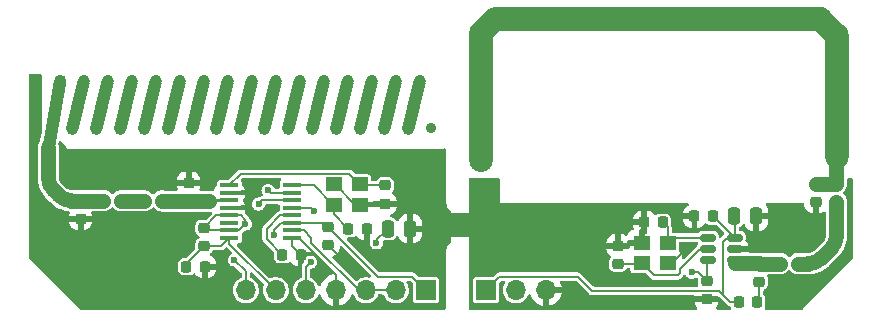
<source format=gbr>
%TF.GenerationSoftware,KiCad,Pcbnew,8.0.0-1.fc39*%
%TF.CreationDate,2024-05-13T23:25:17+02:00*%
%TF.ProjectId,radio433,72616469-6f34-4333-932e-6b696361645f,rev?*%
%TF.SameCoordinates,Original*%
%TF.FileFunction,Copper,L1,Top*%
%TF.FilePolarity,Positive*%
%FSLAX46Y46*%
G04 Gerber Fmt 4.6, Leading zero omitted, Abs format (unit mm)*
G04 Created by KiCad (PCBNEW 8.0.0-1.fc39) date 2024-05-13 23:25:17*
%MOMM*%
%LPD*%
G01*
G04 APERTURE LIST*
G04 Aperture macros list*
%AMRoundRect*
0 Rectangle with rounded corners*
0 $1 Rounding radius*
0 $2 $3 $4 $5 $6 $7 $8 $9 X,Y pos of 4 corners*
0 Add a 4 corners polygon primitive as box body*
4,1,4,$2,$3,$4,$5,$6,$7,$8,$9,$2,$3,0*
0 Add four circle primitives for the rounded corners*
1,1,$1+$1,$2,$3*
1,1,$1+$1,$4,$5*
1,1,$1+$1,$6,$7*
1,1,$1+$1,$8,$9*
0 Add four rect primitives between the rounded corners*
20,1,$1+$1,$2,$3,$4,$5,0*
20,1,$1+$1,$4,$5,$6,$7,0*
20,1,$1+$1,$6,$7,$8,$9,0*
20,1,$1+$1,$8,$9,$2,$3,0*%
%AMHorizOval*
0 Thick line with rounded ends*
0 $1 width*
0 $2 $3 position (X,Y) of the first rounded end (center of the circle)*
0 $4 $5 position (X,Y) of the second rounded end (center of the circle)*
0 Add line between two ends*
20,1,$1,$2,$3,$4,$5,0*
0 Add two circle primitives to create the rounded ends*
1,1,$1,$2,$3*
1,1,$1,$4,$5*%
G04 Aperture macros list end*
%TA.AperFunction,SMDPad,CuDef*%
%ADD10RoundRect,0.225000X-0.250000X0.225000X-0.250000X-0.225000X0.250000X-0.225000X0.250000X0.225000X0*%
%TD*%
%TA.AperFunction,SMDPad,CuDef*%
%ADD11RoundRect,0.218750X-0.218750X-0.256250X0.218750X-0.256250X0.218750X0.256250X-0.218750X0.256250X0*%
%TD*%
%TA.AperFunction,SMDPad,CuDef*%
%ADD12R,1.400000X1.200000*%
%TD*%
%TA.AperFunction,SMDPad,CuDef*%
%ADD13RoundRect,0.225000X0.225000X0.250000X-0.225000X0.250000X-0.225000X-0.250000X0.225000X-0.250000X0*%
%TD*%
%TA.AperFunction,SMDPad,CuDef*%
%ADD14RoundRect,0.225000X-0.225000X-0.250000X0.225000X-0.250000X0.225000X0.250000X-0.225000X0.250000X0*%
%TD*%
%TA.AperFunction,SMDPad,CuDef*%
%ADD15R,1.600000X0.410000*%
%TD*%
%TA.AperFunction,SMDPad,CuDef*%
%ADD16HorizOval,2.000000X-0.707107X0.707107X0.707107X-0.707107X0*%
%TD*%
%TA.AperFunction,SMDPad,CuDef*%
%ADD17O,2.000000X12.300000*%
%TD*%
%TA.AperFunction,SMDPad,CuDef*%
%ADD18O,2.000000X3.000000*%
%TD*%
%TA.AperFunction,SMDPad,CuDef*%
%ADD19O,2.000000X12.700000*%
%TD*%
%TA.AperFunction,SMDPad,CuDef*%
%ADD20HorizOval,2.000000X0.601041X0.601041X-0.601041X-0.601041X0*%
%TD*%
%TA.AperFunction,SMDPad,CuDef*%
%ADD21O,29.500000X2.000000*%
%TD*%
%TA.AperFunction,SMDPad,CuDef*%
%ADD22RoundRect,0.218750X0.256250X-0.218750X0.256250X0.218750X-0.256250X0.218750X-0.256250X-0.218750X0*%
%TD*%
%TA.AperFunction,ComponentPad*%
%ADD23R,1.700000X1.700000*%
%TD*%
%TA.AperFunction,ComponentPad*%
%ADD24O,1.700000X1.700000*%
%TD*%
%TA.AperFunction,SMDPad,CuDef*%
%ADD25RoundRect,0.250000X-0.250000X-0.475000X0.250000X-0.475000X0.250000X0.475000X-0.250000X0.475000X0*%
%TD*%
%TA.AperFunction,SMDPad,CuDef*%
%ADD26RoundRect,0.150000X0.512500X0.150000X-0.512500X0.150000X-0.512500X-0.150000X0.512500X-0.150000X0*%
%TD*%
%TA.AperFunction,SMDPad,CuDef*%
%ADD27RoundRect,0.218750X-0.256250X0.218750X-0.256250X-0.218750X0.256250X-0.218750X0.256250X0.218750X0*%
%TD*%
%TA.AperFunction,SMDPad,CuDef*%
%ADD28HorizOval,1.050000X0.080850X0.468069X-0.080850X-0.468069X0*%
%TD*%
%TA.AperFunction,SMDPad,CuDef*%
%ADD29HorizOval,1.050000X0.527649X3.054764X-0.527649X-3.054764X0*%
%TD*%
%TA.AperFunction,ComponentPad*%
%ADD30C,0.900000*%
%TD*%
%TA.AperFunction,SMDPad,CuDef*%
%ADD31HorizOval,1.050000X0.484399X2.017668X-0.484399X-2.017668X0*%
%TD*%
%TA.AperFunction,SMDPad,CuDef*%
%ADD32RoundRect,0.225000X0.250000X-0.225000X0.250000X0.225000X-0.250000X0.225000X-0.250000X-0.225000X0*%
%TD*%
%TA.AperFunction,SMDPad,CuDef*%
%ADD33RoundRect,0.250000X0.250000X0.475000X-0.250000X0.475000X-0.250000X-0.475000X0.250000X-0.475000X0*%
%TD*%
%TA.AperFunction,ViaPad*%
%ADD34C,0.600000*%
%TD*%
%TA.AperFunction,Conductor*%
%ADD35C,0.200000*%
%TD*%
%TA.AperFunction,Conductor*%
%ADD36C,1.290000*%
%TD*%
%TA.AperFunction,Conductor*%
%ADD37C,0.250000*%
%TD*%
G04 APERTURE END LIST*
D10*
%TO.P,C3,1*%
%TO.N,/PAOUT_CL*%
X254000000Y-94475000D03*
%TO.P,C3,2*%
%TO.N,GND*%
X254000000Y-96025000D03*
%TD*%
D11*
%TO.P,R3,1*%
%TO.N,/SHDN*%
X200705000Y-101510000D03*
%TO.P,R3,2*%
%TO.N,GND*%
X202280000Y-101510000D03*
%TD*%
D12*
%TO.P,Y3,1,1*%
%TO.N,Net-(U1-XTLIN)*%
X239250000Y-101200000D03*
%TO.P,Y3,2,2*%
%TO.N,GND*%
X241450000Y-101200000D03*
%TO.P,Y3,3,3*%
%TO.N,Net-(U1-XTLOUT)*%
X241450000Y-99500000D03*
%TO.P,Y3,4,4*%
%TO.N,GND*%
X239250000Y-99500000D03*
%TD*%
D10*
%TO.P,C13,1*%
%TO.N,/VDD_RX*%
X202200000Y-98225000D03*
%TO.P,C13,2*%
%TO.N,/SHDN*%
X202200000Y-99775000D03*
%TD*%
%TO.P,C12,1*%
%TO.N,/VDD_RX*%
X212700000Y-98125000D03*
%TO.P,C12,2*%
%TO.N,GND*%
X212700000Y-99675000D03*
%TD*%
D13*
%TO.P,C6,1*%
%TO.N,/VDD_TX*%
X245275000Y-97250000D03*
%TO.P,C6,2*%
%TO.N,GND*%
X243725000Y-97250000D03*
%TD*%
D14*
%TO.P,C14,1*%
%TO.N,Net-(U2-CTH)*%
X208825000Y-100500000D03*
%TO.P,C14,2*%
%TO.N,GND*%
X210375000Y-100500000D03*
%TD*%
%TO.P,C4,1*%
%TO.N,GND*%
X239475000Y-97750000D03*
%TO.P,C4,2*%
%TO.N,Net-(U1-XTLOUT)*%
X241025000Y-97750000D03*
%TD*%
D15*
%TO.P,U2,1,RO1*%
%TO.N,Net-(U2-RO1)*%
X204345700Y-94627500D03*
%TO.P,U2,2,GNDRF*%
%TO.N,GND*%
X204345700Y-95262500D03*
%TO.P,U2,3,ANT*%
%TO.N,/ANT*%
X204345700Y-95897500D03*
%TO.P,U2,4,GNDRF*%
%TO.N,GND*%
X204345700Y-96532500D03*
%TO.P,U2,5,VDD*%
%TO.N,/VDD_RX*%
X204345700Y-97167500D03*
%TO.P,U2,6,SQ*%
%TO.N,unconnected-(U2-SQ-Pad6)*%
X204345700Y-97802500D03*
%TO.P,U2,7,SEL0*%
%TO.N,/VDD_RX*%
X204345700Y-98437500D03*
%TO.P,U2,8,SHDN*%
%TO.N,/SHDN*%
X204345700Y-99072500D03*
%TO.P,U2,9,GND*%
%TO.N,GND*%
X209654300Y-99072500D03*
%TO.P,U2,10,DO*%
%TO.N,/DOUT*%
X209654300Y-98437500D03*
%TO.P,U2,11,SEL1*%
%TO.N,/VDD_RX*%
X209654300Y-97802500D03*
%TO.P,U2,12,CTH*%
%TO.N,Net-(U2-CTH)*%
X209654300Y-97167500D03*
%TO.P,U2,13,CAGC*%
%TO.N,Net-(U2-CAGC)*%
X209654300Y-96532500D03*
%TO.P,U2,14,RSSI*%
%TO.N,/RSSI*%
X209654300Y-95897500D03*
%TO.P,U2,15,SCLK*%
%TO.N,/SCLK*%
X209654300Y-95262500D03*
%TO.P,U2,16,RO2*%
%TO.N,Net-(U2-RO2)*%
X209654300Y-94627500D03*
%TD*%
D16*
%TO.P,AE1,1*%
%TO.N,/PAOUT_CL*%
X255041593Y-81250000D03*
D17*
X255751593Y-87100000D03*
D18*
X255751593Y-91750000D03*
D19*
%TO.P,AE1,2*%
%TO.N,GND*%
X225671593Y-87120000D03*
D20*
X226271593Y-81160000D03*
D21*
X240625000Y-80552050D03*
%TD*%
D22*
%TO.P,L2,1,1*%
%TO.N,/PAOUT_C*%
X255750000Y-96037500D03*
%TO.P,L2,2,2*%
%TO.N,/PAOUT_CL*%
X255750000Y-94462500D03*
%TD*%
D23*
%TO.P,J2,1,Pin_1*%
%TO.N,/VDD_RX*%
X220980000Y-103500000D03*
D24*
%TO.P,J2,2,Pin_2*%
%TO.N,/DOUT*%
X218440000Y-103500000D03*
%TO.P,J2,3,Pin_3*%
X215900000Y-103500000D03*
%TO.P,J2,4,Pin_4*%
%TO.N,GND*%
X213360000Y-103500000D03*
%TO.P,J2,5,Pin_5*%
%TO.N,/SCLK*%
X210820000Y-103500000D03*
%TO.P,J2,6,Pin_6*%
%TO.N,/SHDN*%
X208280000Y-103500000D03*
%TO.P,J2,7,Pin_7*%
%TO.N,/RSSI*%
X205740000Y-103500000D03*
%TD*%
D23*
%TO.P,J1,1,Pin_1*%
%TO.N,/VDD_TX*%
X226060000Y-103500000D03*
D24*
%TO.P,J1,2,Pin_2*%
%TO.N,/DIN*%
X228600000Y-103500000D03*
%TO.P,J1,3,Pin_3*%
%TO.N,GND*%
X231140000Y-103500000D03*
%TD*%
D25*
%TO.P,C9,1*%
%TO.N,Net-(U2-CAGC)*%
X217750000Y-98300000D03*
%TO.P,C9,2*%
%TO.N,GND*%
X219650000Y-98300000D03*
%TD*%
D26*
%TO.P,U1,1,PAOUT*%
%TO.N,/PAOUT*%
X247137500Y-100950000D03*
%TO.P,U1,2,VSS*%
%TO.N,GND*%
X247137500Y-100000000D03*
%TO.P,U1,3,VDD*%
%TO.N,/VDD_TX*%
X247137500Y-99050000D03*
%TO.P,U1,4,XTLOUT*%
%TO.N,Net-(U1-XTLOUT)*%
X244862500Y-99050000D03*
%TO.P,U1,5,XTLIN*%
%TO.N,Net-(U1-XTLIN)*%
X244862500Y-100000000D03*
%TO.P,U1,6,ASK*%
%TO.N,/DIN*%
X244862500Y-100950000D03*
%TD*%
D27*
%TO.P,L3,1,1*%
%TO.N,/ANT_CC*%
X191750000Y-95912500D03*
%TO.P,L3,2,2*%
%TO.N,GND*%
X191750000Y-97487500D03*
%TD*%
D10*
%TO.P,C5,1*%
%TO.N,GND*%
X237250000Y-99725000D03*
%TO.P,C5,2*%
%TO.N,Net-(U1-XTLIN)*%
X237250000Y-101275000D03*
%TD*%
D13*
%TO.P,C8,1*%
%TO.N,GND*%
X215975000Y-98300000D03*
%TO.P,C8,2*%
%TO.N,Net-(U2-RO2)*%
X214425000Y-98300000D03*
%TD*%
D14*
%TO.P,C10,1*%
%TO.N,/ANT_C*%
X197129300Y-95937500D03*
%TO.P,C10,2*%
%TO.N,/ANT*%
X198679300Y-95937500D03*
%TD*%
D11*
%TO.P,R2,1*%
%TO.N,/VDD_TX*%
X247462500Y-104500000D03*
%TO.P,R2,2*%
%TO.N,Net-(L1-Pad1)*%
X249037500Y-104500000D03*
%TD*%
D22*
%TO.P,L1,1,1*%
%TO.N,Net-(L1-Pad1)*%
X249212500Y-102787500D03*
%TO.P,L1,2,2*%
%TO.N,/PAOUT*%
X249212500Y-101212500D03*
%TD*%
D28*
%TO.P,AE2,1,A*%
%TO.N,/ANT_CC*%
X189022000Y-91450000D03*
D29*
X189472000Y-88850000D03*
D30*
X189972000Y-85750000D03*
X190972000Y-89800000D03*
D31*
X191522000Y-87800000D03*
D30*
X192004000Y-85750000D03*
X193004000Y-89800000D03*
D31*
X193554000Y-87800000D03*
D30*
X194036000Y-85750000D03*
X195036000Y-89800000D03*
D31*
X195586000Y-87800000D03*
D30*
X196068000Y-85750000D03*
X197068000Y-89800000D03*
D31*
X197618000Y-87800000D03*
D30*
X198100000Y-85750000D03*
X199100000Y-89800000D03*
D31*
X199650000Y-87800000D03*
D30*
X200132000Y-85750000D03*
X201132000Y-89800000D03*
D31*
X201682000Y-87800000D03*
D30*
X202164000Y-85750000D03*
X203164000Y-89800000D03*
D31*
X203714000Y-87800000D03*
D30*
X204196000Y-85750000D03*
X205196000Y-89800000D03*
D31*
X205746000Y-87800000D03*
D30*
X206228000Y-85750000D03*
X207228000Y-89800000D03*
D31*
X207778000Y-87800000D03*
D30*
X208260000Y-85750000D03*
X209260000Y-89800000D03*
D31*
X209810000Y-87800000D03*
D30*
X210292000Y-85750000D03*
X211292000Y-89800000D03*
D31*
X211842000Y-87800000D03*
D30*
X212324000Y-85750000D03*
X213324000Y-89800000D03*
D31*
X213874000Y-87800000D03*
D30*
X214356000Y-85750000D03*
X215356000Y-89800000D03*
D31*
X215906000Y-87800000D03*
D30*
X216388000Y-85750000D03*
X217388000Y-89800000D03*
D31*
X217938000Y-87800000D03*
D30*
X218420000Y-85750000D03*
X219420000Y-89800000D03*
D31*
X219970000Y-87800000D03*
D30*
X220452000Y-85750000D03*
X221452000Y-89800000D03*
%TD*%
D22*
%TO.P,L4,1,1*%
%TO.N,/ANT*%
X200904300Y-95975000D03*
%TO.P,L4,2,2*%
%TO.N,GND*%
X200904300Y-94400000D03*
%TD*%
D14*
%TO.P,C2,1*%
%TO.N,/PAOUT*%
X250975000Y-101250000D03*
%TO.P,C2,2*%
%TO.N,/PAOUT_C*%
X252525000Y-101250000D03*
%TD*%
D12*
%TO.P,Y2,1,1*%
%TO.N,Net-(U2-RO2)*%
X213200000Y-96250000D03*
%TO.P,Y2,2,2*%
%TO.N,GND*%
X215400000Y-96250000D03*
%TO.P,Y2,3,3*%
%TO.N,Net-(U2-RO1)*%
X215400000Y-94550000D03*
%TO.P,Y2,4,4*%
%TO.N,GND*%
X213200000Y-94550000D03*
%TD*%
D32*
%TO.P,C7,1*%
%TO.N,GND*%
X217525000Y-96175000D03*
%TO.P,C7,2*%
%TO.N,Net-(U2-RO1)*%
X217525000Y-94625000D03*
%TD*%
D22*
%TO.P,R1,1*%
%TO.N,GND*%
X244750000Y-104287500D03*
%TO.P,R1,2*%
%TO.N,/DIN*%
X244750000Y-102712500D03*
%TD*%
D33*
%TO.P,C1,1*%
%TO.N,GND*%
X248950000Y-97250000D03*
%TO.P,C1,2*%
%TO.N,/VDD_TX*%
X247050000Y-97250000D03*
%TD*%
D14*
%TO.P,C11,1*%
%TO.N,/ANT_CC*%
X193654300Y-95937500D03*
%TO.P,C11,2*%
%TO.N,/ANT_C*%
X195204300Y-95937500D03*
%TD*%
D34*
%TO.N,GND*%
X196500000Y-93500000D03*
X251000000Y-99000000D03*
X194250000Y-92750000D03*
X252230000Y-103650000D03*
X195250000Y-102500000D03*
X225800000Y-95300000D03*
X225100000Y-94600000D03*
X252980000Y-103650000D03*
X214120000Y-101140000D03*
X253730000Y-103650000D03*
X225800000Y-94600000D03*
X196500000Y-92750000D03*
X225100000Y-95300000D03*
X223050000Y-98500000D03*
X195000000Y-93500000D03*
X194500000Y-102500000D03*
X251750000Y-99000000D03*
X251750000Y-96750000D03*
X196000000Y-102500000D03*
X195000000Y-92750000D03*
X224250000Y-98500000D03*
X194250000Y-93500000D03*
X193750000Y-101750000D03*
X193750000Y-102500000D03*
X251000000Y-97500000D03*
X243010000Y-100040000D03*
X195250000Y-101750000D03*
X195750000Y-93500000D03*
X196000000Y-101750000D03*
X251750000Y-98250000D03*
X223050000Y-97750000D03*
X251750000Y-97500000D03*
X251000000Y-98250000D03*
X252230000Y-104400000D03*
X252980000Y-104400000D03*
X224250000Y-97750000D03*
X251000000Y-96750000D03*
X225660000Y-93120000D03*
X194500000Y-101750000D03*
X195750000Y-92750000D03*
%TO.N,/DIN*%
X243500000Y-102000000D03*
%TO.N,Net-(U2-CAGC)*%
X216800000Y-99500000D03*
X211500000Y-96800000D03*
%TO.N,/VDD_RX*%
X205700000Y-97900000D03*
X208100000Y-98800000D03*
%TO.N,/SCLK*%
X207620000Y-95050000D03*
X211223805Y-101121377D03*
%TO.N,/RSSI*%
X206830000Y-96210000D03*
X204770000Y-100940000D03*
%TD*%
D35*
%TO.N,GND*%
X213360000Y-102183200D02*
X213360000Y-103500000D01*
X212700000Y-99675000D02*
X214120000Y-101095000D01*
X210249300Y-99072500D02*
X213360000Y-102183200D01*
X209654300Y-99072500D02*
X210249300Y-99072500D01*
X241450000Y-101200000D02*
X241850000Y-101200000D01*
X209654300Y-99779300D02*
X210375000Y-100500000D01*
X214120000Y-101095000D02*
X214120000Y-101140000D01*
X213200000Y-94550000D02*
X213300000Y-94550000D01*
X209654300Y-99072500D02*
X209654300Y-99779300D01*
X241850000Y-101200000D02*
X243010000Y-100040000D01*
X213300000Y-94550000D02*
X215000000Y-96250000D01*
X215000000Y-96250000D02*
X215400000Y-96250000D01*
%TO.N,Net-(U1-XTLIN)*%
X242300000Y-102250000D02*
X240300000Y-102250000D01*
X244200001Y-100000000D02*
X242500000Y-101700001D01*
X239175000Y-101275000D02*
X239250000Y-101200000D01*
X242500000Y-101700001D02*
X242500000Y-102050000D01*
X242500000Y-102050000D02*
X242300000Y-102250000D01*
X237250000Y-101275000D02*
X239175000Y-101275000D01*
X240300000Y-102250000D02*
X239250000Y-101200000D01*
X244862500Y-100000000D02*
X244200001Y-100000000D01*
%TO.N,Net-(U1-XTLOUT)*%
X241450000Y-99500000D02*
X241450000Y-98175000D01*
X241450000Y-98175000D02*
X241025000Y-97750000D01*
X241900000Y-99050000D02*
X244862500Y-99050000D01*
X241450000Y-99500000D02*
X241900000Y-99050000D01*
%TO.N,/VDD_TX*%
X246750000Y-104500000D02*
X247462500Y-104500000D01*
X227210000Y-102350000D02*
X226060000Y-103500000D01*
X235050000Y-103550000D02*
X245800000Y-103550000D01*
X247137500Y-99050000D02*
X247137500Y-97337500D01*
X233850000Y-102350000D02*
X227210000Y-102350000D01*
X247137500Y-97337500D02*
X247050000Y-97250000D01*
X245800000Y-103550000D02*
X246125000Y-103875000D01*
X233850000Y-102350000D02*
X235050000Y-103550000D01*
X246125000Y-99400001D02*
X246125000Y-103875000D01*
X246475001Y-99050000D02*
X246125000Y-99400001D01*
X245337500Y-97250000D02*
X245275000Y-97250000D01*
X247137500Y-99050000D02*
X245337500Y-97250000D01*
X247137500Y-99050000D02*
X246475001Y-99050000D01*
X246125000Y-103875000D02*
X246750000Y-104500000D01*
%TO.N,/DIN*%
X244750000Y-101062500D02*
X244862500Y-100950000D01*
X243500000Y-102000000D02*
X244037500Y-102000000D01*
X244037500Y-102000000D02*
X244750000Y-102712500D01*
X244750000Y-102712500D02*
X244750000Y-101062500D01*
%TO.N,Net-(U2-RO1)*%
X215550000Y-94550000D02*
X215625000Y-94625000D01*
X205323200Y-93650000D02*
X214500000Y-93650000D01*
X204345700Y-94627500D02*
X205323200Y-93650000D01*
X215400000Y-94550000D02*
X215550000Y-94550000D01*
X215625000Y-94625000D02*
X217525000Y-94625000D01*
X214500000Y-93650000D02*
X215400000Y-94550000D01*
%TO.N,Net-(U2-RO2)*%
X213200000Y-97075000D02*
X214425000Y-98300000D01*
X213100000Y-96250000D02*
X211477500Y-94627500D01*
X213200000Y-96250000D02*
X213100000Y-96250000D01*
X211477500Y-94627500D02*
X209654300Y-94627500D01*
X213200000Y-96250000D02*
X213200000Y-97075000D01*
%TO.N,Net-(U2-CAGC)*%
X211232500Y-96532500D02*
X211500000Y-96800000D01*
X209654300Y-96532500D02*
X211232500Y-96532500D01*
X216800000Y-99500000D02*
X216800000Y-99250000D01*
X216800000Y-99250000D02*
X217750000Y-98300000D01*
%TO.N,/SHDN*%
X208280000Y-103500000D02*
X204345700Y-99565700D01*
X203643200Y-99775000D02*
X204345700Y-99072500D01*
X200705000Y-101270000D02*
X202200000Y-99775000D01*
X202200000Y-99775000D02*
X203643200Y-99775000D01*
X204345700Y-99565700D02*
X204345700Y-99072500D01*
X200705000Y-101510000D02*
X200705000Y-101270000D01*
%TO.N,Net-(U2-CTH)*%
X207500000Y-98321800D02*
X207500000Y-99175000D01*
X207500000Y-99175000D02*
X208825000Y-100500000D01*
X208654300Y-97167500D02*
X207500000Y-98321800D01*
X209654300Y-97167500D02*
X208654300Y-97167500D01*
%TO.N,/VDD_RX*%
X202200000Y-98225000D02*
X202412500Y-98437500D01*
X205700000Y-97521800D02*
X205345700Y-97167500D01*
X208684300Y-97802500D02*
X208100000Y-98386800D01*
X216925000Y-102350000D02*
X212700000Y-98125000D01*
X205700000Y-97900000D02*
X205700000Y-97521800D01*
X208100000Y-98386800D02*
X208100000Y-98800000D01*
X219830000Y-102350000D02*
X216925000Y-102350000D01*
X204345700Y-98437500D02*
X205162500Y-98437500D01*
X220980000Y-103500000D02*
X219830000Y-102350000D01*
X205162500Y-98437500D02*
X205700000Y-97900000D01*
X209654300Y-97802500D02*
X212377500Y-97802500D01*
X203257500Y-97167500D02*
X204345700Y-97167500D01*
X205345700Y-97167500D02*
X204345700Y-97167500D01*
X212377500Y-97802500D02*
X212700000Y-98125000D01*
X209654300Y-97802500D02*
X208684300Y-97802500D01*
X202412500Y-98437500D02*
X204345700Y-98437500D01*
X202200000Y-98225000D02*
X203257500Y-97167500D01*
%TO.N,/DOUT*%
X215900000Y-103500000D02*
X218440000Y-103500000D01*
X215301304Y-103500000D02*
X215900000Y-103500000D01*
X211275652Y-99058852D02*
X211275652Y-99474348D01*
X209654300Y-98437500D02*
X210654300Y-98437500D01*
X211275652Y-99474348D02*
X215301304Y-103500000D01*
X210654300Y-98437500D02*
X211275652Y-99058852D01*
%TO.N,/SCLK*%
X211223805Y-101121377D02*
X210820000Y-101525182D01*
X210820000Y-101525182D02*
X210820000Y-103500000D01*
X207832500Y-95262500D02*
X209654300Y-95262500D01*
X207620000Y-95050000D02*
X207832500Y-95262500D01*
%TO.N,/RSSI*%
X205740000Y-101910000D02*
X204770000Y-100940000D01*
X205740000Y-103500000D02*
X205740000Y-101910000D01*
X207142500Y-95897500D02*
X209654300Y-95897500D01*
X206830000Y-96210000D02*
X207142500Y-95897500D01*
%TO.N,Net-(L1-Pad1)*%
X249212500Y-104325000D02*
X249037500Y-104500000D01*
X249212500Y-102787500D02*
X249212500Y-104325000D01*
D36*
%TO.N,/PAOUT_CL*%
X254000000Y-94475000D02*
X255737500Y-94475000D01*
X255737500Y-94475000D02*
X255750000Y-94462500D01*
X255750000Y-94462500D02*
X255750000Y-91751593D01*
X255750000Y-91751593D02*
X255751593Y-91750000D01*
%TO.N,/PAOUT*%
X249250000Y-101250000D02*
X249212500Y-101212500D01*
X250975000Y-101250000D02*
X249250000Y-101250000D01*
X249212500Y-101212500D02*
X247155000Y-101212500D01*
X247155000Y-101212500D02*
X247137500Y-101195000D01*
%TO.N,/PAOUT_C*%
X255750000Y-98878680D02*
X255750000Y-96037500D01*
X254439340Y-100810660D02*
X255310660Y-99939340D01*
X252525000Y-101250000D02*
X253378680Y-101250000D01*
X253378680Y-101250000D02*
G75*
G03*
X254439350Y-100810670I20J1500000D01*
G01*
X255310660Y-99939340D02*
G75*
G03*
X255749985Y-98878680I-1060660J1060640D01*
G01*
%TO.N,/ANT_CC*%
X191750000Y-95912500D02*
X193629300Y-95912500D01*
X193629300Y-95912500D02*
X193654300Y-95937500D01*
X189022000Y-93980680D02*
X189022000Y-91450000D01*
X189893160Y-95473160D02*
X189461340Y-95041340D01*
X191750000Y-95912500D02*
X190953820Y-95912500D01*
X190953820Y-95912500D02*
G75*
G02*
X189893150Y-95473170I-20J1500000D01*
G01*
X189022000Y-93980680D02*
G75*
G03*
X189461330Y-95041350I1500000J-20D01*
G01*
%TO.N,/ANT*%
X200904300Y-95975000D02*
X198716800Y-95975000D01*
X198716800Y-95975000D02*
X198679300Y-95937500D01*
X200904300Y-95975000D02*
X202650700Y-95975000D01*
D37*
X202728200Y-95897500D02*
X202650700Y-95975000D01*
X204345700Y-95897500D02*
X202728200Y-95897500D01*
D36*
%TO.N,/ANT_C*%
X195204300Y-95937500D02*
X197129300Y-95937500D01*
%TD*%
%TA.AperFunction,Conductor*%
%TO.N,GND*%
G36*
X188415039Y-85230185D02*
G01*
X188460794Y-85282989D01*
X188472000Y-85334500D01*
X188472000Y-90072601D01*
X188470191Y-90093707D01*
X188355113Y-90759931D01*
X188352462Y-90771781D01*
X188351668Y-90774660D01*
X188340605Y-90838705D01*
X188321517Y-90886489D01*
X188228421Y-91025815D01*
X188228414Y-91025828D01*
X188160915Y-91188787D01*
X188160912Y-91188797D01*
X188126500Y-91361798D01*
X188126500Y-94074691D01*
X188126514Y-94074982D01*
X188126514Y-94115196D01*
X188153476Y-94354518D01*
X188156636Y-94382567D01*
X188156637Y-94382573D01*
X188212061Y-94625412D01*
X188216503Y-94644873D01*
X188235841Y-94700141D01*
X188305360Y-94898825D01*
X188308955Y-94906291D01*
X188422100Y-95141244D01*
X188472049Y-95220739D01*
X188565240Y-95369057D01*
X188732995Y-95579421D01*
X188761421Y-95607847D01*
X188761452Y-95607881D01*
X188820508Y-95666936D01*
X188828118Y-95674546D01*
X188828119Y-95674548D01*
X188828120Y-95674548D01*
X188894809Y-95741239D01*
X188894830Y-95741258D01*
X189193952Y-96040380D01*
X189193963Y-96040392D01*
X189197582Y-96044011D01*
X189197585Y-96044015D01*
X189223623Y-96070052D01*
X189223646Y-96070094D01*
X189355069Y-96201516D01*
X189545915Y-96353708D01*
X189565429Y-96369269D01*
X189793248Y-96512414D01*
X190035662Y-96629152D01*
X190035665Y-96629153D01*
X190035667Y-96629154D01*
X190070240Y-96641251D01*
X190289623Y-96718013D01*
X190289632Y-96718015D01*
X190551919Y-96777878D01*
X190551925Y-96777878D01*
X190551936Y-96777881D01*
X190734818Y-96798484D01*
X190799231Y-96825549D01*
X190838787Y-96883143D01*
X190840926Y-96952980D01*
X190838641Y-96960707D01*
X190785057Y-97122414D01*
X190775000Y-97220849D01*
X190775000Y-97237500D01*
X192724999Y-97237500D01*
X192724999Y-97220864D01*
X192724998Y-97220847D01*
X192714943Y-97122416D01*
X192664770Y-96971004D01*
X192662368Y-96901176D01*
X192698100Y-96841134D01*
X192760620Y-96809941D01*
X192782476Y-96808000D01*
X193428208Y-96808000D01*
X193452398Y-96810382D01*
X193480648Y-96816002D01*
X193566098Y-96833000D01*
X193566101Y-96833000D01*
X193742501Y-96833000D01*
X193908399Y-96800000D01*
X193915508Y-96798586D01*
X194058834Y-96739218D01*
X194078476Y-96731082D01*
X194078476Y-96731081D01*
X194078478Y-96731081D01*
X194225148Y-96633080D01*
X194270228Y-96588000D01*
X194341619Y-96516610D01*
X194402942Y-96483125D01*
X194472634Y-96488109D01*
X194516981Y-96516610D01*
X194633448Y-96633077D01*
X194633452Y-96633080D01*
X194780115Y-96731078D01*
X194780128Y-96731085D01*
X194922501Y-96790057D01*
X194943092Y-96798586D01*
X194943096Y-96798586D01*
X194943097Y-96798587D01*
X195116098Y-96833000D01*
X195116101Y-96833000D01*
X197217501Y-96833000D01*
X197383399Y-96800000D01*
X197390508Y-96798586D01*
X197536062Y-96738296D01*
X197553471Y-96731085D01*
X197553471Y-96731084D01*
X197553478Y-96731082D01*
X197700148Y-96633080D01*
X197745228Y-96588000D01*
X197816619Y-96516610D01*
X197877942Y-96483125D01*
X197947634Y-96488109D01*
X197991981Y-96516610D01*
X198145948Y-96670577D01*
X198145952Y-96670580D01*
X198292615Y-96768578D01*
X198292628Y-96768585D01*
X198455587Y-96836084D01*
X198455592Y-96836086D01*
X198455596Y-96836086D01*
X198455597Y-96836087D01*
X198628598Y-96870500D01*
X198628601Y-96870500D01*
X202738901Y-96870500D01*
X202744964Y-96869903D01*
X202745122Y-96871511D01*
X202806912Y-96877032D01*
X202862095Y-96919888D01*
X202885348Y-96985775D01*
X202869289Y-97053774D01*
X202849208Y-97080109D01*
X202441135Y-97488181D01*
X202379812Y-97521666D01*
X202353454Y-97524500D01*
X201904518Y-97524500D01*
X201904509Y-97524501D01*
X201847885Y-97530587D01*
X201719773Y-97578372D01*
X201610313Y-97660313D01*
X201528373Y-97769771D01*
X201480587Y-97897889D01*
X201474500Y-97954498D01*
X201474500Y-98495481D01*
X201474501Y-98495490D01*
X201480587Y-98552114D01*
X201521500Y-98661802D01*
X201528372Y-98680226D01*
X201610313Y-98789687D01*
X201719774Y-98871628D01*
X201752458Y-98883818D01*
X201808390Y-98925687D01*
X201832808Y-98991151D01*
X201817957Y-99059424D01*
X201768552Y-99108830D01*
X201752461Y-99116179D01*
X201719774Y-99128371D01*
X201610313Y-99210313D01*
X201528373Y-99319771D01*
X201480587Y-99447889D01*
X201474500Y-99504498D01*
X201474500Y-99953455D01*
X201454815Y-100020494D01*
X201438181Y-100041136D01*
X200731137Y-100748181D01*
X200669814Y-100781666D01*
X200643456Y-100784500D01*
X200441355Y-100784500D01*
X200385475Y-100790509D01*
X200259052Y-100837662D01*
X200259049Y-100837664D01*
X200151028Y-100918528D01*
X200070164Y-101026549D01*
X200070162Y-101026552D01*
X200023009Y-101152975D01*
X200017000Y-101208855D01*
X200017000Y-101811144D01*
X200023009Y-101867024D01*
X200070162Y-101993447D01*
X200070164Y-101993450D01*
X200151028Y-102101472D01*
X200236469Y-102165432D01*
X200259049Y-102182335D01*
X200259052Y-102182337D01*
X200377646Y-102226570D01*
X200385478Y-102229491D01*
X200414818Y-102232645D01*
X200441355Y-102235499D01*
X200441370Y-102235500D01*
X200968630Y-102235500D01*
X200968644Y-102235499D01*
X200990523Y-102233146D01*
X201024522Y-102229491D01*
X201150950Y-102182336D01*
X201258972Y-102101472D01*
X201258974Y-102101468D01*
X201262935Y-102098504D01*
X201328399Y-102074087D01*
X201396672Y-102088938D01*
X201442784Y-102132674D01*
X201493610Y-102215075D01*
X201493613Y-102215079D01*
X201612419Y-102333885D01*
X201755422Y-102422091D01*
X201755427Y-102422093D01*
X201914916Y-102474942D01*
X202013356Y-102484999D01*
X202030000Y-102484998D01*
X202030000Y-101760000D01*
X202530000Y-101760000D01*
X202530000Y-102484999D01*
X202546636Y-102484999D01*
X202546652Y-102484998D01*
X202645083Y-102474943D01*
X202804572Y-102422093D01*
X202804577Y-102422091D01*
X202947580Y-102333885D01*
X203066385Y-102215080D01*
X203154591Y-102072077D01*
X203154593Y-102072072D01*
X203207442Y-101912583D01*
X203217499Y-101814150D01*
X203217500Y-101814137D01*
X203217500Y-101760000D01*
X202530000Y-101760000D01*
X202030000Y-101760000D01*
X202030000Y-101384000D01*
X202049685Y-101316961D01*
X202102489Y-101271206D01*
X202154000Y-101260000D01*
X203217499Y-101260000D01*
X203217499Y-101205864D01*
X203217498Y-101205847D01*
X203207443Y-101107416D01*
X203154593Y-100947927D01*
X203154591Y-100947922D01*
X203066385Y-100804919D01*
X202947580Y-100686114D01*
X202804577Y-100597908D01*
X202804572Y-100597906D01*
X202780534Y-100589941D01*
X202723089Y-100550168D01*
X202696266Y-100485652D01*
X202708581Y-100416877D01*
X202745224Y-100372970D01*
X202789687Y-100339687D01*
X202871628Y-100230226D01*
X202880602Y-100206163D01*
X202922473Y-100150233D01*
X202987937Y-100125816D01*
X202996783Y-100125500D01*
X203689342Y-100125500D01*
X203689344Y-100125500D01*
X203778488Y-100101614D01*
X203799255Y-100089624D01*
X203858412Y-100055470D01*
X204011421Y-99902460D01*
X204072742Y-99868977D01*
X204142433Y-99873961D01*
X204186781Y-99902462D01*
X204538692Y-100254374D01*
X204572177Y-100315697D01*
X204567193Y-100385389D01*
X204525321Y-100441322D01*
X204498470Y-100456613D01*
X204492380Y-100459135D01*
X204492379Y-100459136D01*
X204377379Y-100547379D01*
X204289137Y-100662377D01*
X204233671Y-100796287D01*
X204233670Y-100796291D01*
X204214750Y-100939999D01*
X204214750Y-100940000D01*
X204233670Y-101083708D01*
X204233671Y-101083712D01*
X204289137Y-101217622D01*
X204289138Y-101217624D01*
X204289139Y-101217625D01*
X204377379Y-101332621D01*
X204492375Y-101420861D01*
X204626291Y-101476330D01*
X204770000Y-101495250D01*
X204778129Y-101495250D01*
X204778129Y-101498828D01*
X204830970Y-101507031D01*
X204865878Y-101531560D01*
X205353181Y-102018863D01*
X205386666Y-102080186D01*
X205389500Y-102106544D01*
X205389500Y-102370645D01*
X205369815Y-102437684D01*
X205317011Y-102483439D01*
X205310294Y-102486271D01*
X205247374Y-102510646D01*
X205247359Y-102510653D01*
X205073960Y-102618017D01*
X205073958Y-102618019D01*
X204923237Y-102755418D01*
X204800327Y-102918178D01*
X204709422Y-103100739D01*
X204709417Y-103100752D01*
X204653602Y-103296917D01*
X204634785Y-103499999D01*
X204634785Y-103500000D01*
X204653602Y-103703082D01*
X204709417Y-103899247D01*
X204709422Y-103899260D01*
X204800327Y-104081821D01*
X204923237Y-104244581D01*
X205073958Y-104381980D01*
X205073960Y-104381982D01*
X205173141Y-104443392D01*
X205247363Y-104489348D01*
X205437544Y-104563024D01*
X205638024Y-104600500D01*
X205638026Y-104600500D01*
X205841974Y-104600500D01*
X205841976Y-104600500D01*
X206042456Y-104563024D01*
X206232637Y-104489348D01*
X206406041Y-104381981D01*
X206556764Y-104244579D01*
X206679673Y-104081821D01*
X206770582Y-103899250D01*
X206826397Y-103703083D01*
X206845215Y-103500000D01*
X206839115Y-103434174D01*
X206826397Y-103296917D01*
X206813048Y-103250000D01*
X206770582Y-103100750D01*
X206770159Y-103099901D01*
X206680672Y-102920186D01*
X206679673Y-102918179D01*
X206556764Y-102755421D01*
X206556762Y-102755418D01*
X206406041Y-102618019D01*
X206406039Y-102618017D01*
X206232640Y-102510653D01*
X206232625Y-102510646D01*
X206169706Y-102486271D01*
X206114304Y-102443698D01*
X206090714Y-102377931D01*
X206090500Y-102370645D01*
X206090500Y-102105543D01*
X206110185Y-102038504D01*
X206162989Y-101992749D01*
X206232147Y-101982805D01*
X206295703Y-102011830D01*
X206302169Y-102017851D01*
X206683819Y-102399500D01*
X207231423Y-102947104D01*
X207264908Y-103008427D01*
X207259924Y-103078119D01*
X207254743Y-103090054D01*
X207249420Y-103100743D01*
X207249419Y-103100746D01*
X207193602Y-103296917D01*
X207174785Y-103499999D01*
X207174785Y-103500000D01*
X207193602Y-103703082D01*
X207249417Y-103899247D01*
X207249422Y-103899260D01*
X207340327Y-104081821D01*
X207463237Y-104244581D01*
X207613958Y-104381980D01*
X207613960Y-104381982D01*
X207713141Y-104443392D01*
X207787363Y-104489348D01*
X207977544Y-104563024D01*
X208178024Y-104600500D01*
X208178026Y-104600500D01*
X208381974Y-104600500D01*
X208381976Y-104600500D01*
X208582456Y-104563024D01*
X208772637Y-104489348D01*
X208946041Y-104381981D01*
X209096764Y-104244579D01*
X209219673Y-104081821D01*
X209310582Y-103899250D01*
X209366397Y-103703083D01*
X209385215Y-103500000D01*
X209379115Y-103434174D01*
X209366397Y-103296917D01*
X209353048Y-103250000D01*
X209310582Y-103100750D01*
X209310159Y-103099901D01*
X209220672Y-102920186D01*
X209219673Y-102918179D01*
X209096764Y-102755421D01*
X209096762Y-102755418D01*
X208946041Y-102618019D01*
X208946039Y-102618017D01*
X208772642Y-102510655D01*
X208772639Y-102510653D01*
X208772637Y-102510652D01*
X208772636Y-102510651D01*
X208772635Y-102510651D01*
X208646769Y-102461891D01*
X208582456Y-102436976D01*
X208381976Y-102399500D01*
X208178024Y-102399500D01*
X208026739Y-102427779D01*
X207977538Y-102436977D01*
X207861961Y-102481752D01*
X207792338Y-102487614D01*
X207730598Y-102454904D01*
X207729487Y-102453806D01*
X205015363Y-99739681D01*
X204981878Y-99678358D01*
X204986862Y-99608666D01*
X205028734Y-99552733D01*
X205094198Y-99528316D01*
X205103044Y-99528000D01*
X205170376Y-99528000D01*
X205170377Y-99527999D01*
X205243440Y-99513466D01*
X205326301Y-99458101D01*
X205381666Y-99375240D01*
X205396200Y-99302174D01*
X205396200Y-98842826D01*
X205385347Y-98788267D01*
X205391573Y-98718681D01*
X205419281Y-98676399D01*
X205604123Y-98491557D01*
X205665444Y-98458074D01*
X205691871Y-98457144D01*
X205691871Y-98455250D01*
X205700000Y-98455250D01*
X205843709Y-98436330D01*
X205977625Y-98380861D01*
X206092621Y-98292621D01*
X206180861Y-98177625D01*
X206236330Y-98043709D01*
X206255250Y-97900000D01*
X206236330Y-97756291D01*
X206180861Y-97622375D01*
X206092621Y-97507379D01*
X206092619Y-97507378D01*
X206092619Y-97507377D01*
X206083691Y-97500527D01*
X206042489Y-97444099D01*
X206039407Y-97434257D01*
X206026614Y-97386512D01*
X206008565Y-97355250D01*
X205980470Y-97306588D01*
X205662901Y-96989019D01*
X205629416Y-96927696D01*
X205634400Y-96858004D01*
X205634402Y-96858001D01*
X205639297Y-96844876D01*
X205639298Y-96844872D01*
X205645699Y-96785344D01*
X205645700Y-96785327D01*
X205645700Y-96737500D01*
X205294581Y-96737500D01*
X205247130Y-96728062D01*
X205243438Y-96726532D01*
X205170377Y-96712000D01*
X205170374Y-96712000D01*
X204264700Y-96712000D01*
X204197661Y-96692315D01*
X204151906Y-96639511D01*
X204140700Y-96588000D01*
X204140700Y-96477000D01*
X204160385Y-96409961D01*
X204213189Y-96364206D01*
X204264700Y-96353000D01*
X205170376Y-96353000D01*
X205170377Y-96352999D01*
X205188888Y-96349317D01*
X205243438Y-96338467D01*
X205247130Y-96336938D01*
X205294581Y-96327500D01*
X205645700Y-96327500D01*
X205645700Y-96279672D01*
X205645699Y-96279655D01*
X205639298Y-96220127D01*
X205639296Y-96220120D01*
X205589054Y-96085413D01*
X205589052Y-96085410D01*
X205504012Y-95971812D01*
X205479594Y-95906347D01*
X205494445Y-95838074D01*
X205504012Y-95823188D01*
X205589052Y-95709589D01*
X205589054Y-95709586D01*
X205639296Y-95574879D01*
X205639298Y-95574872D01*
X205645699Y-95515344D01*
X205645700Y-95515327D01*
X205645700Y-95467500D01*
X205294581Y-95467500D01*
X205247130Y-95458062D01*
X205243438Y-95456532D01*
X205170377Y-95442000D01*
X205170374Y-95442000D01*
X204264700Y-95442000D01*
X204197661Y-95422315D01*
X204151906Y-95369511D01*
X204140700Y-95318000D01*
X204140700Y-95207000D01*
X204160385Y-95139961D01*
X204213189Y-95094206D01*
X204264700Y-95083000D01*
X205170376Y-95083000D01*
X205170377Y-95082999D01*
X205188888Y-95079317D01*
X205243438Y-95068467D01*
X205247130Y-95066938D01*
X205294581Y-95057500D01*
X205645700Y-95057500D01*
X205645700Y-95009672D01*
X205645699Y-95009655D01*
X205639298Y-94950127D01*
X205639296Y-94950120D01*
X205589054Y-94815413D01*
X205589050Y-94815406D01*
X205502891Y-94700314D01*
X205502885Y-94700307D01*
X205445888Y-94657639D01*
X205404018Y-94601705D01*
X205396200Y-94558373D01*
X205396200Y-94397823D01*
X205396199Y-94397821D01*
X205381667Y-94324764D01*
X205381666Y-94324762D01*
X205381666Y-94324760D01*
X205343055Y-94266974D01*
X205322178Y-94200298D01*
X205340663Y-94132918D01*
X205358471Y-94110409D01*
X205432064Y-94036817D01*
X205493387Y-94003334D01*
X205519744Y-94000500D01*
X208626206Y-94000500D01*
X208693245Y-94020185D01*
X208739000Y-94072989D01*
X208748944Y-94142147D01*
X208719919Y-94205703D01*
X208695099Y-94227599D01*
X208673699Y-94241899D01*
X208618333Y-94324760D01*
X208618332Y-94324764D01*
X208603800Y-94397821D01*
X208603800Y-94788000D01*
X208584115Y-94855039D01*
X208531311Y-94900794D01*
X208479800Y-94912000D01*
X208241550Y-94912000D01*
X208174511Y-94892315D01*
X208128756Y-94839511D01*
X208126989Y-94835453D01*
X208107333Y-94788000D01*
X208100861Y-94772375D01*
X208012621Y-94657379D01*
X207897625Y-94569139D01*
X207897624Y-94569138D01*
X207897622Y-94569137D01*
X207763712Y-94513671D01*
X207763710Y-94513670D01*
X207763709Y-94513670D01*
X207691854Y-94504210D01*
X207620001Y-94494750D01*
X207619999Y-94494750D01*
X207476291Y-94513670D01*
X207476287Y-94513671D01*
X207342377Y-94569137D01*
X207227379Y-94657379D01*
X207139137Y-94772377D01*
X207083671Y-94906287D01*
X207083670Y-94906291D01*
X207069448Y-95014319D01*
X207064750Y-95050000D01*
X207083140Y-95189687D01*
X207083670Y-95193708D01*
X207083671Y-95193712D01*
X207139138Y-95327623D01*
X207139139Y-95327625D01*
X207158494Y-95352849D01*
X207183688Y-95418018D01*
X207169650Y-95486463D01*
X207120836Y-95536452D01*
X207092212Y-95548110D01*
X207042734Y-95561368D01*
X207042733Y-95561367D01*
X207007216Y-95570884D01*
X207007209Y-95570887D01*
X206927292Y-95617027D01*
X206927282Y-95617034D01*
X206925871Y-95618446D01*
X206924388Y-95619255D01*
X206920843Y-95621976D01*
X206920418Y-95621422D01*
X206864546Y-95651927D01*
X206838128Y-95653017D01*
X206838128Y-95654750D01*
X206830000Y-95654750D01*
X206686291Y-95673670D01*
X206686287Y-95673671D01*
X206552377Y-95729137D01*
X206437379Y-95817379D01*
X206349137Y-95932377D01*
X206293671Y-96066287D01*
X206293670Y-96066291D01*
X206274750Y-96210000D01*
X206290219Y-96327500D01*
X206293670Y-96353708D01*
X206293671Y-96353712D01*
X206349137Y-96487622D01*
X206349138Y-96487624D01*
X206349139Y-96487625D01*
X206437379Y-96602621D01*
X206552375Y-96690861D01*
X206686291Y-96746330D01*
X206806636Y-96762174D01*
X206829999Y-96765250D01*
X206830000Y-96765250D01*
X206830001Y-96765250D01*
X206853364Y-96762174D01*
X206973709Y-96746330D01*
X207107625Y-96690861D01*
X207222621Y-96602621D01*
X207310861Y-96487625D01*
X207366330Y-96353709D01*
X207366331Y-96353700D01*
X207368433Y-96345859D01*
X207370241Y-96346343D01*
X207394325Y-96291912D01*
X207452652Y-96253445D01*
X207488992Y-96248000D01*
X208479800Y-96248000D01*
X208546839Y-96267685D01*
X208592594Y-96320489D01*
X208603800Y-96372000D01*
X208603800Y-96723018D01*
X208584115Y-96790057D01*
X208531311Y-96835812D01*
X208526432Y-96837568D01*
X208526519Y-96837777D01*
X208519009Y-96840887D01*
X208439091Y-96887027D01*
X208439086Y-96887031D01*
X207219531Y-98106586D01*
X207219527Y-98106591D01*
X207178517Y-98177624D01*
X207178517Y-98177625D01*
X207173386Y-98186510D01*
X207149500Y-98275656D01*
X207149500Y-99221144D01*
X207164064Y-99275499D01*
X207164065Y-99275502D01*
X207173384Y-99310284D01*
X207173385Y-99310286D01*
X207219527Y-99390208D01*
X207219531Y-99390213D01*
X208088181Y-100258863D01*
X208121666Y-100320186D01*
X208124500Y-100346544D01*
X208124500Y-100795481D01*
X208124501Y-100795490D01*
X208130587Y-100852114D01*
X208163368Y-100939999D01*
X208178372Y-100980226D01*
X208260313Y-101089687D01*
X208369774Y-101171628D01*
X208497886Y-101219412D01*
X208554515Y-101225500D01*
X209095484Y-101225499D01*
X209152114Y-101219412D01*
X209280226Y-101171628D01*
X209361804Y-101110559D01*
X209427264Y-101086143D01*
X209495538Y-101100994D01*
X209541650Y-101144730D01*
X209577424Y-101202728D01*
X209577427Y-101202732D01*
X209697267Y-101322572D01*
X209697271Y-101322575D01*
X209841507Y-101411542D01*
X209841518Y-101411547D01*
X210002393Y-101464855D01*
X210101683Y-101474999D01*
X210125000Y-101474998D01*
X210125000Y-100374000D01*
X210144685Y-100306961D01*
X210197489Y-100261206D01*
X210249000Y-100250000D01*
X211324997Y-100250000D01*
X211352628Y-100222369D01*
X211413951Y-100188884D01*
X211483643Y-100193868D01*
X211527991Y-100222369D01*
X213255154Y-101949532D01*
X213288639Y-102010855D01*
X213283655Y-102080547D01*
X213241783Y-102136480D01*
X213178282Y-102160741D01*
X213124682Y-102165430D01*
X213124673Y-102165432D01*
X212896516Y-102226566D01*
X212896507Y-102226570D01*
X212682422Y-102326399D01*
X212682420Y-102326400D01*
X212488926Y-102461886D01*
X212488920Y-102461891D01*
X212321891Y-102628920D01*
X212321886Y-102628926D01*
X212186400Y-102822420D01*
X212186399Y-102822422D01*
X212086570Y-103036507D01*
X212086568Y-103036511D01*
X212077592Y-103070011D01*
X212041226Y-103129671D01*
X211978379Y-103160199D01*
X211909003Y-103151904D01*
X211855126Y-103107418D01*
X211846817Y-103093188D01*
X211800415Y-103000000D01*
X211759673Y-102918179D01*
X211636764Y-102755421D01*
X211636762Y-102755418D01*
X211486041Y-102618019D01*
X211486039Y-102618017D01*
X211312640Y-102510653D01*
X211312625Y-102510646D01*
X211249706Y-102486271D01*
X211194304Y-102443698D01*
X211170714Y-102377931D01*
X211170500Y-102370645D01*
X211170500Y-101792389D01*
X211190185Y-101725350D01*
X211242989Y-101679595D01*
X211278311Y-101669450D01*
X211367514Y-101657707D01*
X211501430Y-101602238D01*
X211616426Y-101513998D01*
X211704666Y-101399002D01*
X211760135Y-101265086D01*
X211779055Y-101121377D01*
X211760135Y-100977668D01*
X211704666Y-100843752D01*
X211616426Y-100728756D01*
X211501430Y-100640516D01*
X211501429Y-100640515D01*
X211501427Y-100640514D01*
X211367517Y-100585048D01*
X211367515Y-100585047D01*
X211367514Y-100585047D01*
X211295659Y-100575587D01*
X211223806Y-100566127D01*
X211223804Y-100566127D01*
X211080096Y-100585047D01*
X211080092Y-100585048D01*
X210946181Y-100640515D01*
X210946179Y-100640516D01*
X210836891Y-100724376D01*
X210771722Y-100749570D01*
X210761405Y-100750000D01*
X210625000Y-100750000D01*
X210625000Y-101173136D01*
X210605315Y-101240175D01*
X210588682Y-101260816D01*
X210539530Y-101309968D01*
X210493387Y-101389891D01*
X210493386Y-101389894D01*
X210469500Y-101479038D01*
X210469500Y-102370645D01*
X210449815Y-102437684D01*
X210397011Y-102483439D01*
X210390294Y-102486271D01*
X210327374Y-102510646D01*
X210327359Y-102510653D01*
X210153960Y-102618017D01*
X210153958Y-102618019D01*
X210003237Y-102755418D01*
X209880327Y-102918178D01*
X209789422Y-103100739D01*
X209789417Y-103100752D01*
X209733602Y-103296917D01*
X209714785Y-103499999D01*
X209714785Y-103500000D01*
X209733602Y-103703082D01*
X209789417Y-103899247D01*
X209789422Y-103899260D01*
X209880327Y-104081821D01*
X210003237Y-104244581D01*
X210153958Y-104381980D01*
X210153960Y-104381982D01*
X210253141Y-104443392D01*
X210327363Y-104489348D01*
X210517544Y-104563024D01*
X210718024Y-104600500D01*
X210718026Y-104600500D01*
X210921974Y-104600500D01*
X210921976Y-104600500D01*
X211122456Y-104563024D01*
X211312637Y-104489348D01*
X211486041Y-104381981D01*
X211636764Y-104244579D01*
X211759673Y-104081821D01*
X211821598Y-103957456D01*
X211846817Y-103906812D01*
X211894319Y-103855575D01*
X211961982Y-103838153D01*
X212028323Y-103860078D01*
X212072278Y-103914389D01*
X212077592Y-103929989D01*
X212086567Y-103963485D01*
X212086570Y-103963492D01*
X212186399Y-104177578D01*
X212321894Y-104371082D01*
X212488917Y-104538105D01*
X212682421Y-104673600D01*
X212896507Y-104773429D01*
X212896516Y-104773433D01*
X213110000Y-104830634D01*
X213110000Y-103933012D01*
X213167007Y-103965925D01*
X213294174Y-104000000D01*
X213425826Y-104000000D01*
X213552993Y-103965925D01*
X213610000Y-103933012D01*
X213610000Y-104830633D01*
X213823483Y-104773433D01*
X213823492Y-104773429D01*
X214037578Y-104673600D01*
X214231082Y-104538105D01*
X214398105Y-104371082D01*
X214533600Y-104177578D01*
X214633429Y-103963492D01*
X214633431Y-103963489D01*
X214642406Y-103929992D01*
X214678770Y-103870331D01*
X214741616Y-103839800D01*
X214810992Y-103848094D01*
X214864871Y-103892578D01*
X214873182Y-103906811D01*
X214960327Y-104081821D01*
X215083237Y-104244581D01*
X215233958Y-104381980D01*
X215233960Y-104381982D01*
X215333141Y-104443392D01*
X215407363Y-104489348D01*
X215597544Y-104563024D01*
X215798024Y-104600500D01*
X215798026Y-104600500D01*
X216001974Y-104600500D01*
X216001976Y-104600500D01*
X216202456Y-104563024D01*
X216392637Y-104489348D01*
X216566041Y-104381981D01*
X216716764Y-104244579D01*
X216839673Y-104081821D01*
X216897382Y-103965925D01*
X216920635Y-103919228D01*
X216968138Y-103867991D01*
X217031635Y-103850500D01*
X217308365Y-103850500D01*
X217375404Y-103870185D01*
X217419365Y-103919228D01*
X217500327Y-104081821D01*
X217623237Y-104244581D01*
X217773958Y-104381980D01*
X217773960Y-104381982D01*
X217873141Y-104443392D01*
X217947363Y-104489348D01*
X218137544Y-104563024D01*
X218338024Y-104600500D01*
X218338026Y-104600500D01*
X218541974Y-104600500D01*
X218541976Y-104600500D01*
X218742456Y-104563024D01*
X218932637Y-104489348D01*
X219106041Y-104381981D01*
X219256764Y-104244579D01*
X219379673Y-104081821D01*
X219470582Y-103899250D01*
X219526397Y-103703083D01*
X219545215Y-103500000D01*
X219539115Y-103434174D01*
X219526397Y-103296917D01*
X219513048Y-103250000D01*
X219470582Y-103100750D01*
X219470159Y-103099901D01*
X219380672Y-102920186D01*
X219379673Y-102918179D01*
X219365360Y-102899226D01*
X219340669Y-102833866D01*
X219355234Y-102765531D01*
X219404431Y-102715919D01*
X219464315Y-102700500D01*
X219633456Y-102700500D01*
X219700495Y-102720185D01*
X219721137Y-102736819D01*
X219843181Y-102858863D01*
X219876666Y-102920186D01*
X219879500Y-102946544D01*
X219879500Y-104374678D01*
X219894032Y-104447735D01*
X219894033Y-104447739D01*
X219894034Y-104447740D01*
X219949399Y-104530601D01*
X220032260Y-104585966D01*
X220032264Y-104585967D01*
X220105321Y-104600499D01*
X220105324Y-104600500D01*
X220105326Y-104600500D01*
X221854676Y-104600500D01*
X221854677Y-104600499D01*
X221927740Y-104585966D01*
X222010601Y-104530601D01*
X222065966Y-104447740D01*
X222080500Y-104374674D01*
X222080500Y-102625326D01*
X222080500Y-102625323D01*
X222080499Y-102625321D01*
X222065967Y-102552264D01*
X222065966Y-102552260D01*
X222038427Y-102511045D01*
X222010601Y-102469399D01*
X221955235Y-102432405D01*
X221927739Y-102414033D01*
X221927735Y-102414032D01*
X221854677Y-102399500D01*
X221854674Y-102399500D01*
X220426544Y-102399500D01*
X220359505Y-102379815D01*
X220338863Y-102363181D01*
X220045213Y-102069531D01*
X220045208Y-102069527D01*
X219965290Y-102023387D01*
X219965289Y-102023386D01*
X219965288Y-102023386D01*
X219876144Y-101999500D01*
X219876143Y-101999500D01*
X217121543Y-101999500D01*
X217054504Y-101979815D01*
X217033862Y-101963181D01*
X214307862Y-99237180D01*
X214274377Y-99175857D01*
X214279361Y-99106165D01*
X214321233Y-99050232D01*
X214386697Y-99025815D01*
X214395527Y-99025499D01*
X214695484Y-99025499D01*
X214752114Y-99019412D01*
X214880226Y-98971628D01*
X214961804Y-98910559D01*
X215027264Y-98886143D01*
X215095538Y-98900994D01*
X215141650Y-98944730D01*
X215177424Y-99002728D01*
X215177427Y-99002732D01*
X215297267Y-99122572D01*
X215297271Y-99122575D01*
X215441507Y-99211542D01*
X215441518Y-99211547D01*
X215602393Y-99264855D01*
X215701683Y-99274999D01*
X215725000Y-99274998D01*
X215725000Y-98174000D01*
X215744685Y-98106961D01*
X215797489Y-98061206D01*
X215849000Y-98050000D01*
X216101000Y-98050000D01*
X216168039Y-98069685D01*
X216213794Y-98122489D01*
X216225000Y-98174000D01*
X216225000Y-99274999D01*
X216225388Y-99275387D01*
X216258873Y-99336710D01*
X216260646Y-99379253D01*
X216248028Y-99475100D01*
X216244750Y-99500000D01*
X216259056Y-99608666D01*
X216263670Y-99643708D01*
X216263671Y-99643712D01*
X216319137Y-99777622D01*
X216319138Y-99777624D01*
X216319139Y-99777625D01*
X216407379Y-99892621D01*
X216522375Y-99980861D01*
X216656291Y-100036330D01*
X216783280Y-100053048D01*
X216799999Y-100055250D01*
X216800000Y-100055250D01*
X216800001Y-100055250D01*
X216814977Y-100053278D01*
X216943709Y-100036330D01*
X217077625Y-99980861D01*
X217192621Y-99892621D01*
X217280861Y-99777625D01*
X217336330Y-99643709D01*
X217355250Y-99500000D01*
X217344149Y-99415683D01*
X217354914Y-99346650D01*
X217401294Y-99294394D01*
X217467084Y-99275499D01*
X218047872Y-99275499D01*
X218107483Y-99269091D01*
X218242331Y-99218796D01*
X218357546Y-99132546D01*
X218443796Y-99017331D01*
X218451180Y-98997532D01*
X218493050Y-98941598D01*
X218558514Y-98917179D01*
X218626787Y-98932029D01*
X218676194Y-98981433D01*
X218685069Y-99001859D01*
X218715641Y-99094119D01*
X218715643Y-99094124D01*
X218807684Y-99243345D01*
X218931654Y-99367315D01*
X219080875Y-99459356D01*
X219080880Y-99459358D01*
X219247302Y-99514505D01*
X219247309Y-99514506D01*
X219350019Y-99524999D01*
X219399999Y-99524998D01*
X219400000Y-99524998D01*
X219400000Y-98550000D01*
X219900000Y-98550000D01*
X219900000Y-99524999D01*
X219949972Y-99524999D01*
X219949986Y-99524998D01*
X220052697Y-99514505D01*
X220219119Y-99459358D01*
X220219124Y-99459356D01*
X220368345Y-99367315D01*
X220492315Y-99243345D01*
X220584356Y-99094124D01*
X220584358Y-99094119D01*
X220639505Y-98927697D01*
X220639506Y-98927690D01*
X220649999Y-98824986D01*
X220650000Y-98824973D01*
X220650000Y-98550000D01*
X219900000Y-98550000D01*
X219400000Y-98550000D01*
X219400000Y-97075000D01*
X219900000Y-97075000D01*
X219900000Y-98050000D01*
X220649999Y-98050000D01*
X220649999Y-97775028D01*
X220649998Y-97775013D01*
X220639505Y-97672302D01*
X220584358Y-97505880D01*
X220584356Y-97505875D01*
X220492315Y-97356654D01*
X220368345Y-97232684D01*
X220219124Y-97140643D01*
X220219119Y-97140641D01*
X220052697Y-97085494D01*
X220052690Y-97085493D01*
X219949986Y-97075000D01*
X219900000Y-97075000D01*
X219400000Y-97075000D01*
X219399999Y-97074999D01*
X219350029Y-97075000D01*
X219350011Y-97075001D01*
X219247302Y-97085494D01*
X219080880Y-97140641D01*
X219080875Y-97140643D01*
X218931654Y-97232684D01*
X218807684Y-97356654D01*
X218715643Y-97505875D01*
X218715642Y-97505878D01*
X218685069Y-97598141D01*
X218645296Y-97655585D01*
X218580780Y-97682408D01*
X218512004Y-97670093D01*
X218460804Y-97622549D01*
X218451181Y-97602468D01*
X218443798Y-97582673D01*
X218443793Y-97582664D01*
X218357547Y-97467455D01*
X218357544Y-97467452D01*
X218242335Y-97381206D01*
X218242328Y-97381202D01*
X218107486Y-97330910D01*
X218107485Y-97330909D01*
X218107483Y-97330909D01*
X218047873Y-97324500D01*
X218047863Y-97324500D01*
X218044571Y-97324146D01*
X218044740Y-97322566D01*
X217984753Y-97301346D01*
X217941938Y-97246132D01*
X217935771Y-97176535D01*
X217968209Y-97114652D01*
X218018364Y-97083125D01*
X218083479Y-97061548D01*
X218083492Y-97061542D01*
X218227728Y-96972575D01*
X218227732Y-96972572D01*
X218347572Y-96852732D01*
X218347575Y-96852728D01*
X218436542Y-96708492D01*
X218436547Y-96708481D01*
X218489855Y-96547606D01*
X218499999Y-96448322D01*
X218500000Y-96448309D01*
X218500000Y-96425000D01*
X216643000Y-96425000D01*
X216606681Y-96461319D01*
X216604609Y-96459247D01*
X216570511Y-96488794D01*
X216519000Y-96500000D01*
X215274000Y-96500000D01*
X215206961Y-96480315D01*
X215161206Y-96427511D01*
X215150000Y-96376000D01*
X215150000Y-96124000D01*
X215169685Y-96056961D01*
X215222489Y-96011206D01*
X215274000Y-96000000D01*
X216507000Y-96000000D01*
X216543319Y-95963681D01*
X216545390Y-95965752D01*
X216579489Y-95936206D01*
X216631000Y-95925000D01*
X218499999Y-95925000D01*
X218499999Y-95901692D01*
X218499998Y-95901677D01*
X218489855Y-95802392D01*
X218436547Y-95641518D01*
X218436542Y-95641507D01*
X218347575Y-95497271D01*
X218347572Y-95497267D01*
X218227732Y-95377427D01*
X218227728Y-95377424D01*
X218169730Y-95341650D01*
X218123005Y-95289702D01*
X218111784Y-95220739D01*
X218135558Y-95161805D01*
X218196628Y-95080226D01*
X218244412Y-94952114D01*
X218246764Y-94930240D01*
X218250499Y-94895501D01*
X218250499Y-94895494D01*
X218250500Y-94895485D01*
X218250499Y-94354516D01*
X218244735Y-94300887D01*
X218244412Y-94297885D01*
X218210029Y-94205703D01*
X218196628Y-94169774D01*
X218114687Y-94060313D01*
X218034786Y-94000500D01*
X218005228Y-93978373D01*
X218005226Y-93978372D01*
X217877114Y-93930588D01*
X217877112Y-93930587D01*
X217877110Y-93930587D01*
X217820493Y-93924500D01*
X217229518Y-93924500D01*
X217229509Y-93924501D01*
X217172885Y-93930587D01*
X217044773Y-93978372D01*
X216935313Y-94060313D01*
X216853373Y-94169771D01*
X216853372Y-94169774D01*
X216844397Y-94193836D01*
X216802527Y-94249767D01*
X216737063Y-94274184D01*
X216728217Y-94274500D01*
X216474500Y-94274500D01*
X216407461Y-94254815D01*
X216361706Y-94202011D01*
X216350500Y-94150500D01*
X216350500Y-93925323D01*
X216350499Y-93925321D01*
X216335967Y-93852264D01*
X216335966Y-93852260D01*
X216280601Y-93769399D01*
X216197740Y-93714034D01*
X216197739Y-93714033D01*
X216197735Y-93714032D01*
X216124677Y-93699500D01*
X216124674Y-93699500D01*
X215096544Y-93699500D01*
X215029505Y-93679815D01*
X215008863Y-93663181D01*
X214715213Y-93369531D01*
X214715208Y-93369527D01*
X214635290Y-93323387D01*
X214635289Y-93323386D01*
X214635288Y-93323386D01*
X214546144Y-93299500D01*
X205277056Y-93299500D01*
X205187912Y-93323386D01*
X205187909Y-93323387D01*
X205107991Y-93369527D01*
X205107986Y-93369531D01*
X204341837Y-94135681D01*
X204280514Y-94169166D01*
X204254156Y-94172000D01*
X203521023Y-94172000D01*
X203447964Y-94186532D01*
X203447960Y-94186533D01*
X203365099Y-94241899D01*
X203309733Y-94324760D01*
X203309732Y-94324764D01*
X203295200Y-94397821D01*
X203295200Y-94558373D01*
X203275515Y-94625412D01*
X203245512Y-94657639D01*
X203188514Y-94700307D01*
X203188508Y-94700314D01*
X203102349Y-94815406D01*
X203102345Y-94815413D01*
X203052103Y-94950120D01*
X203052101Y-94950127D01*
X203046419Y-95002973D01*
X203019680Y-95067524D01*
X202962287Y-95107371D01*
X202898939Y-95111333D01*
X202738903Y-95079500D01*
X202738899Y-95079500D01*
X201936776Y-95079500D01*
X201869737Y-95059815D01*
X201823982Y-95007011D01*
X201814038Y-94937853D01*
X201819070Y-94916496D01*
X201869242Y-94765083D01*
X201879299Y-94666650D01*
X201879300Y-94666637D01*
X201879300Y-94650000D01*
X199929301Y-94650000D01*
X199929301Y-94666652D01*
X199939356Y-94765083D01*
X199989530Y-94916496D01*
X199991932Y-94986324D01*
X199956200Y-95046366D01*
X199893680Y-95077559D01*
X199871824Y-95079500D01*
X198968236Y-95079500D01*
X198944044Y-95077117D01*
X198767501Y-95042000D01*
X198767499Y-95042000D01*
X198591101Y-95042000D01*
X198591099Y-95042000D01*
X198418097Y-95076412D01*
X198418087Y-95076415D01*
X198255128Y-95143914D01*
X198255115Y-95143921D01*
X198108452Y-95241919D01*
X198108448Y-95241922D01*
X197991981Y-95358390D01*
X197930658Y-95391875D01*
X197860966Y-95386891D01*
X197816619Y-95358390D01*
X197700151Y-95241922D01*
X197700147Y-95241919D01*
X197553484Y-95143921D01*
X197553471Y-95143914D01*
X197390512Y-95076415D01*
X197390502Y-95076412D01*
X197217501Y-95042000D01*
X197217499Y-95042000D01*
X195116101Y-95042000D01*
X195116099Y-95042000D01*
X194943097Y-95076412D01*
X194943087Y-95076415D01*
X194780128Y-95143914D01*
X194780115Y-95143921D01*
X194633452Y-95241919D01*
X194633448Y-95241922D01*
X194516981Y-95358390D01*
X194455658Y-95391875D01*
X194385966Y-95386891D01*
X194341619Y-95358390D01*
X194200151Y-95216922D01*
X194200147Y-95216919D01*
X194053484Y-95118921D01*
X194053471Y-95118914D01*
X193890512Y-95051415D01*
X193890502Y-95051412D01*
X193717501Y-95017000D01*
X193717499Y-95017000D01*
X191838199Y-95017000D01*
X191048140Y-95017000D01*
X191048120Y-95016999D01*
X190959898Y-95016999D01*
X190947745Y-95016402D01*
X190848028Y-95006582D01*
X190824188Y-95001840D01*
X190734162Y-94974533D01*
X190711703Y-94965231D01*
X190683445Y-94950127D01*
X190628729Y-94920881D01*
X190608523Y-94907380D01*
X190547346Y-94857174D01*
X190531174Y-94843902D01*
X190522158Y-94835730D01*
X190098882Y-94412454D01*
X190090715Y-94403444D01*
X190027128Y-94325963D01*
X190013628Y-94305757D01*
X190011024Y-94300886D01*
X189969281Y-94222788D01*
X189959980Y-94200330D01*
X189950711Y-94169774D01*
X189944713Y-94150000D01*
X199929300Y-94150000D01*
X200654300Y-94150000D01*
X200654300Y-93462500D01*
X201154300Y-93462500D01*
X201154300Y-94150000D01*
X201879299Y-94150000D01*
X201879299Y-94133364D01*
X201879298Y-94133347D01*
X201869243Y-94034916D01*
X201816393Y-93875427D01*
X201816391Y-93875422D01*
X201728185Y-93732419D01*
X201609380Y-93613614D01*
X201466377Y-93525408D01*
X201466372Y-93525406D01*
X201306883Y-93472557D01*
X201208450Y-93462500D01*
X201154300Y-93462500D01*
X200654300Y-93462500D01*
X200654299Y-93462499D01*
X200600164Y-93462500D01*
X200600147Y-93462501D01*
X200501715Y-93472557D01*
X200342227Y-93525406D01*
X200342222Y-93525408D01*
X200199219Y-93613614D01*
X200080414Y-93732419D01*
X199992208Y-93875422D01*
X199992206Y-93875427D01*
X199939357Y-94034916D01*
X199929300Y-94133349D01*
X199929300Y-94150000D01*
X189944713Y-94150000D01*
X189932673Y-94110308D01*
X189927932Y-94086469D01*
X189926604Y-94072989D01*
X189918096Y-93986601D01*
X189917500Y-93974448D01*
X189917501Y-93892493D01*
X189917500Y-93892487D01*
X189917500Y-91361801D01*
X189917500Y-91361798D01*
X189883087Y-91188797D01*
X189883084Y-91188786D01*
X189877010Y-91174123D01*
X189869379Y-91105566D01*
X189894217Y-90961770D01*
X189925025Y-90899062D01*
X189984846Y-90862963D01*
X190054688Y-90864936D01*
X190110112Y-90901668D01*
X190508894Y-91361801D01*
X190672000Y-91550000D01*
X222472000Y-91550000D01*
X222487819Y-91534181D01*
X222549142Y-91500696D01*
X222618834Y-91505680D01*
X222674767Y-91547552D01*
X222699184Y-91613016D01*
X222699500Y-91621862D01*
X222699500Y-96093620D01*
X222736025Y-96277243D01*
X222736027Y-96277251D01*
X222807676Y-96450228D01*
X222807681Y-96450237D01*
X222911697Y-96605907D01*
X222911700Y-96605911D01*
X223044085Y-96738296D01*
X223044088Y-96738298D01*
X223044092Y-96738302D01*
X223044886Y-96738832D01*
X223045208Y-96739218D01*
X223048796Y-96742162D01*
X223048237Y-96742842D01*
X223089693Y-96792440D01*
X223100000Y-96841937D01*
X223100000Y-97000000D01*
X222000000Y-97000000D01*
X222000000Y-99000000D01*
X223100000Y-99000000D01*
X223100000Y-99408061D01*
X223080315Y-99475100D01*
X223048510Y-99507481D01*
X223048800Y-99507834D01*
X223045519Y-99510525D01*
X223044900Y-99511157D01*
X223044096Y-99511694D01*
X223044088Y-99511700D01*
X222911700Y-99644088D01*
X222911697Y-99644092D01*
X222807681Y-99799762D01*
X222807676Y-99799771D01*
X222736027Y-99972748D01*
X222736025Y-99972756D01*
X222699500Y-100156379D01*
X222699500Y-105025500D01*
X222679815Y-105092539D01*
X222627011Y-105138294D01*
X222575500Y-105149500D01*
X191786543Y-105149500D01*
X191719504Y-105129815D01*
X191698862Y-105113181D01*
X187386819Y-100801137D01*
X187353334Y-100739814D01*
X187350500Y-100713456D01*
X187350500Y-97737500D01*
X190775001Y-97737500D01*
X190775001Y-97754152D01*
X190785056Y-97852583D01*
X190837906Y-98012072D01*
X190837908Y-98012077D01*
X190926114Y-98155080D01*
X191044919Y-98273885D01*
X191187922Y-98362091D01*
X191187927Y-98362093D01*
X191347416Y-98414942D01*
X191445855Y-98424999D01*
X191499999Y-98424998D01*
X191500000Y-98424998D01*
X191500000Y-97737500D01*
X192000000Y-97737500D01*
X192000000Y-98424999D01*
X192054136Y-98424999D01*
X192054152Y-98424998D01*
X192152583Y-98414943D01*
X192312072Y-98362093D01*
X192312077Y-98362091D01*
X192455080Y-98273885D01*
X192573885Y-98155080D01*
X192662091Y-98012077D01*
X192662093Y-98012072D01*
X192714942Y-97852583D01*
X192724999Y-97754150D01*
X192725000Y-97754137D01*
X192725000Y-97737500D01*
X192000000Y-97737500D01*
X191500000Y-97737500D01*
X190775001Y-97737500D01*
X187350500Y-97737500D01*
X187350500Y-85334500D01*
X187370185Y-85267461D01*
X187422989Y-85221706D01*
X187474500Y-85210500D01*
X188348000Y-85210500D01*
X188415039Y-85230185D01*
G37*
%TD.AperFunction*%
%TA.AperFunction,Conductor*%
G36*
X213880200Y-99801329D02*
G01*
X213886680Y-99807362D01*
X216305300Y-102225981D01*
X216338785Y-102287304D01*
X216333801Y-102356996D01*
X216291929Y-102412929D01*
X216226465Y-102437346D01*
X216194835Y-102435551D01*
X216063812Y-102411059D01*
X216001976Y-102399500D01*
X215798024Y-102399500D01*
X215597544Y-102436976D01*
X215597541Y-102436976D01*
X215597541Y-102436977D01*
X215407364Y-102510651D01*
X215407357Y-102510655D01*
X215233960Y-102618017D01*
X215233958Y-102618019D01*
X215154605Y-102690358D01*
X215091801Y-102720974D01*
X215022414Y-102712776D01*
X214983387Y-102686401D01*
X213100229Y-100803243D01*
X213066744Y-100741920D01*
X213071728Y-100672228D01*
X213113600Y-100616295D01*
X213148907Y-100597856D01*
X213258479Y-100561548D01*
X213258492Y-100561542D01*
X213402728Y-100472575D01*
X213402732Y-100472572D01*
X213522572Y-100352732D01*
X213522575Y-100352728D01*
X213611542Y-100208492D01*
X213611547Y-100208481D01*
X213664855Y-100047606D01*
X213674999Y-99948322D01*
X213674999Y-99895045D01*
X213694682Y-99828005D01*
X213747486Y-99782250D01*
X213816644Y-99772305D01*
X213880200Y-99801329D01*
G37*
%TD.AperFunction*%
%TD*%
%TA.AperFunction,Conductor*%
%TO.N,GND*%
G36*
X227194632Y-94019685D02*
G01*
X227240387Y-94072489D01*
X227251593Y-94124000D01*
X227251593Y-96100000D01*
X243143553Y-96100000D01*
X243210592Y-96119685D01*
X243256347Y-96172489D01*
X243266291Y-96241647D01*
X243237266Y-96305203D01*
X243195955Y-96336383D01*
X243191514Y-96338453D01*
X243047271Y-96427424D01*
X243047267Y-96427427D01*
X242927427Y-96547267D01*
X242927424Y-96547271D01*
X242838457Y-96691507D01*
X242838452Y-96691518D01*
X242785144Y-96852393D01*
X242775000Y-96951677D01*
X242775000Y-97000000D01*
X243851000Y-97000000D01*
X243918039Y-97019685D01*
X243963794Y-97072489D01*
X243975000Y-97124000D01*
X243975000Y-98224999D01*
X243998308Y-98224999D01*
X243998322Y-98224998D01*
X244097607Y-98214855D01*
X244258481Y-98161547D01*
X244258492Y-98161542D01*
X244402728Y-98072575D01*
X244402732Y-98072572D01*
X244522573Y-97952731D01*
X244558348Y-97894731D01*
X244610296Y-97848006D01*
X244679258Y-97836783D01*
X244738194Y-97860558D01*
X244819774Y-97921628D01*
X244947886Y-97969412D01*
X245004515Y-97975500D01*
X245515956Y-97975499D01*
X245582995Y-97995183D01*
X245603637Y-98011818D01*
X246218571Y-98626753D01*
X246252056Y-98688076D01*
X246247072Y-98757768D01*
X246241377Y-98770725D01*
X246234926Y-98783387D01*
X246232995Y-98782403D01*
X246210954Y-98818363D01*
X245987180Y-99042138D01*
X245925857Y-99075623D01*
X245856166Y-99070639D01*
X245800232Y-99028768D01*
X245775815Y-98963303D01*
X245775499Y-98954457D01*
X245775499Y-98868482D01*
X245760646Y-98774696D01*
X245703050Y-98661658D01*
X245703046Y-98661654D01*
X245703045Y-98661652D01*
X245613347Y-98571954D01*
X245613344Y-98571952D01*
X245613342Y-98571950D01*
X245536517Y-98532805D01*
X245500301Y-98514352D01*
X245406524Y-98499500D01*
X244318482Y-98499500D01*
X244237519Y-98512323D01*
X244224696Y-98514354D01*
X244111658Y-98571950D01*
X244111657Y-98571951D01*
X244111652Y-98571954D01*
X244020426Y-98663181D01*
X243959103Y-98696666D01*
X243932745Y-98699500D01*
X242338434Y-98699500D01*
X242271395Y-98679815D01*
X242269574Y-98678623D01*
X242247740Y-98664034D01*
X242247739Y-98664033D01*
X242247738Y-98664033D01*
X242174676Y-98649500D01*
X242174674Y-98649500D01*
X241924500Y-98649500D01*
X241857461Y-98629815D01*
X241811706Y-98577011D01*
X241800500Y-98525500D01*
X241800500Y-98128858D01*
X241800500Y-98128856D01*
X241776614Y-98039712D01*
X241763842Y-98017590D01*
X241742110Y-97979950D01*
X241725499Y-97917952D01*
X241725499Y-97500000D01*
X242775001Y-97500000D01*
X242775001Y-97548322D01*
X242785144Y-97647607D01*
X242838452Y-97808481D01*
X242838457Y-97808492D01*
X242927424Y-97952728D01*
X242927427Y-97952732D01*
X243047267Y-98072572D01*
X243047271Y-98072575D01*
X243191507Y-98161542D01*
X243191518Y-98161547D01*
X243352393Y-98214855D01*
X243451683Y-98224999D01*
X243475000Y-98224998D01*
X243475000Y-97500000D01*
X242775001Y-97500000D01*
X241725499Y-97500000D01*
X241725499Y-97454518D01*
X241725498Y-97454509D01*
X241719412Y-97397885D01*
X241701588Y-97350101D01*
X241671628Y-97269774D01*
X241589687Y-97160313D01*
X241516155Y-97105268D01*
X241480228Y-97078373D01*
X241480226Y-97078372D01*
X241352114Y-97030588D01*
X241352112Y-97030587D01*
X241352110Y-97030587D01*
X241295493Y-97024500D01*
X240754518Y-97024500D01*
X240754509Y-97024501D01*
X240697885Y-97030587D01*
X240569771Y-97078373D01*
X240488195Y-97139439D01*
X240422730Y-97163855D01*
X240354458Y-97149002D01*
X240308347Y-97105268D01*
X240272571Y-97047266D01*
X240152732Y-96927427D01*
X240152728Y-96927424D01*
X240008492Y-96838457D01*
X240008481Y-96838452D01*
X239847606Y-96785144D01*
X239748322Y-96775000D01*
X239725000Y-96775000D01*
X239725000Y-98644000D01*
X239705315Y-98711039D01*
X239652511Y-98756794D01*
X239601000Y-98768000D01*
X239500000Y-98768000D01*
X239500000Y-99626000D01*
X239480315Y-99693039D01*
X239427511Y-99738794D01*
X239376000Y-99750000D01*
X238268000Y-99750000D01*
X238268000Y-99851000D01*
X238248315Y-99918039D01*
X238195511Y-99963794D01*
X238144000Y-99975000D01*
X236275001Y-99975000D01*
X236275001Y-99998322D01*
X236285144Y-100097607D01*
X236338452Y-100258481D01*
X236338457Y-100258492D01*
X236427424Y-100402728D01*
X236427427Y-100402732D01*
X236547266Y-100522571D01*
X236605268Y-100558347D01*
X236651992Y-100610295D01*
X236663215Y-100679258D01*
X236639439Y-100738195D01*
X236578374Y-100819769D01*
X236578372Y-100819773D01*
X236578372Y-100819774D01*
X236569398Y-100843834D01*
X236530587Y-100947889D01*
X236524500Y-101004498D01*
X236524500Y-101545481D01*
X236524501Y-101545490D01*
X236530587Y-101602114D01*
X236575444Y-101722375D01*
X236578372Y-101730226D01*
X236660313Y-101839687D01*
X236769774Y-101921628D01*
X236897886Y-101969412D01*
X236954515Y-101975500D01*
X237545484Y-101975499D01*
X237602114Y-101969412D01*
X237730226Y-101921628D01*
X237839687Y-101839687D01*
X237921628Y-101730226D01*
X237930602Y-101706163D01*
X237972473Y-101650233D01*
X238037937Y-101625816D01*
X238046783Y-101625500D01*
X238175500Y-101625500D01*
X238242539Y-101645185D01*
X238288294Y-101697989D01*
X238299500Y-101749500D01*
X238299500Y-101824678D01*
X238314032Y-101897735D01*
X238314033Y-101897739D01*
X238329995Y-101921628D01*
X238369399Y-101980601D01*
X238433434Y-102023387D01*
X238452260Y-102035966D01*
X238452264Y-102035967D01*
X238525321Y-102050499D01*
X238525324Y-102050500D01*
X238525326Y-102050500D01*
X239553457Y-102050500D01*
X239620496Y-102070185D01*
X239641138Y-102086819D01*
X240019531Y-102465212D01*
X240084788Y-102530469D01*
X240084791Y-102530470D01*
X240084794Y-102530473D01*
X240164706Y-102576611D01*
X240164707Y-102576611D01*
X240164712Y-102576614D01*
X240253856Y-102600500D01*
X240253858Y-102600500D01*
X242346142Y-102600500D01*
X242346144Y-102600500D01*
X242435288Y-102576614D01*
X242442781Y-102572288D01*
X242515212Y-102530470D01*
X242780470Y-102265212D01*
X242790719Y-102247459D01*
X242841283Y-102199244D01*
X242909889Y-102186018D01*
X242974755Y-102211984D01*
X243012667Y-102262001D01*
X243014552Y-102266552D01*
X243019139Y-102277625D01*
X243107379Y-102392621D01*
X243222375Y-102480861D01*
X243356291Y-102536330D01*
X243483280Y-102553048D01*
X243499999Y-102555250D01*
X243500000Y-102555250D01*
X243500001Y-102555250D01*
X243514977Y-102553278D01*
X243643709Y-102536330D01*
X243777625Y-102480861D01*
X243825014Y-102444497D01*
X243890182Y-102419304D01*
X243958627Y-102433342D01*
X244008617Y-102482156D01*
X244024500Y-102542874D01*
X244024500Y-102976144D01*
X244030509Y-103032023D01*
X244030560Y-103032160D01*
X244030568Y-103032273D01*
X244032294Y-103039579D01*
X244031111Y-103039858D01*
X244035549Y-103101851D01*
X244002067Y-103163176D01*
X243940746Y-103196665D01*
X243914381Y-103199500D01*
X235246543Y-103199500D01*
X235179504Y-103179815D01*
X235158862Y-103163181D01*
X234621007Y-102625326D01*
X234065212Y-102069530D01*
X234065211Y-102069529D01*
X234065208Y-102069527D01*
X233985290Y-102023387D01*
X233985289Y-102023386D01*
X233985288Y-102023386D01*
X233896144Y-101999500D01*
X227163856Y-101999500D01*
X227163853Y-101999500D01*
X227139291Y-102006081D01*
X227139292Y-102006082D01*
X227074710Y-102023386D01*
X227074709Y-102023387D01*
X226994791Y-102069527D01*
X226994786Y-102069531D01*
X226701137Y-102363181D01*
X226639814Y-102396666D01*
X226613456Y-102399500D01*
X225185323Y-102399500D01*
X225112264Y-102414032D01*
X225112260Y-102414033D01*
X225029399Y-102469399D01*
X224974033Y-102552260D01*
X224974032Y-102552264D01*
X224959500Y-102625321D01*
X224959500Y-104374678D01*
X224974032Y-104447735D01*
X224974033Y-104447739D01*
X224974034Y-104447740D01*
X225029399Y-104530601D01*
X225112260Y-104585966D01*
X225112264Y-104585967D01*
X225185321Y-104600499D01*
X225185324Y-104600500D01*
X225185326Y-104600500D01*
X226934676Y-104600500D01*
X226934677Y-104600499D01*
X227007740Y-104585966D01*
X227090601Y-104530601D01*
X227145966Y-104447740D01*
X227160500Y-104374674D01*
X227160500Y-102946544D01*
X227180185Y-102879505D01*
X227196819Y-102858863D01*
X227318863Y-102736819D01*
X227380186Y-102703334D01*
X227406544Y-102700500D01*
X227575685Y-102700500D01*
X227642724Y-102720185D01*
X227688479Y-102772989D01*
X227698423Y-102842147D01*
X227674639Y-102899227D01*
X227660327Y-102918178D01*
X227569422Y-103100739D01*
X227569417Y-103100752D01*
X227513602Y-103296917D01*
X227494785Y-103499999D01*
X227494785Y-103500000D01*
X227513602Y-103703082D01*
X227569417Y-103899247D01*
X227569422Y-103899260D01*
X227660327Y-104081821D01*
X227783237Y-104244581D01*
X227933958Y-104381980D01*
X227933960Y-104381982D01*
X228033141Y-104443392D01*
X228107363Y-104489348D01*
X228297544Y-104563024D01*
X228498024Y-104600500D01*
X228498026Y-104600500D01*
X228701974Y-104600500D01*
X228701976Y-104600500D01*
X228902456Y-104563024D01*
X229092637Y-104489348D01*
X229266041Y-104381981D01*
X229416764Y-104244579D01*
X229539673Y-104081821D01*
X229625962Y-103908529D01*
X229626817Y-103906812D01*
X229674319Y-103855575D01*
X229741982Y-103838153D01*
X229808323Y-103860078D01*
X229852278Y-103914389D01*
X229857592Y-103929989D01*
X229866567Y-103963485D01*
X229866570Y-103963492D01*
X229966399Y-104177578D01*
X230101894Y-104371082D01*
X230268917Y-104538105D01*
X230462421Y-104673600D01*
X230676507Y-104773429D01*
X230676516Y-104773433D01*
X230890000Y-104830634D01*
X230890000Y-103933012D01*
X230947007Y-103965925D01*
X231074174Y-104000000D01*
X231205826Y-104000000D01*
X231332993Y-103965925D01*
X231390000Y-103933012D01*
X231390000Y-104830633D01*
X231603483Y-104773433D01*
X231603492Y-104773429D01*
X231817578Y-104673600D01*
X232011082Y-104538105D01*
X232178105Y-104371082D01*
X232313600Y-104177578D01*
X232413429Y-103963492D01*
X232413432Y-103963486D01*
X232470636Y-103750000D01*
X231573012Y-103750000D01*
X231605925Y-103692993D01*
X231640000Y-103565826D01*
X231640000Y-103434174D01*
X231605925Y-103307007D01*
X231573012Y-103250000D01*
X232470636Y-103250000D01*
X232470635Y-103249999D01*
X232413432Y-103036513D01*
X232413429Y-103036507D01*
X232339006Y-102876905D01*
X232328514Y-102807827D01*
X232357034Y-102744043D01*
X232415510Y-102705804D01*
X232451388Y-102700500D01*
X233653456Y-102700500D01*
X233720495Y-102720185D01*
X233741137Y-102736819D01*
X234265525Y-103261206D01*
X234769531Y-103765212D01*
X234834788Y-103830469D01*
X234834791Y-103830470D01*
X234834794Y-103830473D01*
X234914706Y-103876611D01*
X234914707Y-103876611D01*
X234914712Y-103876614D01*
X235003856Y-103900500D01*
X243651000Y-103900500D01*
X243718039Y-103920185D01*
X243763794Y-103972989D01*
X243775000Y-104024500D01*
X243775000Y-104037500D01*
X245740456Y-104037500D01*
X245807495Y-104057185D01*
X245828137Y-104073819D01*
X245844528Y-104090210D01*
X245844530Y-104090212D01*
X246534787Y-104780469D01*
X246534788Y-104780470D01*
X246534790Y-104780471D01*
X246570570Y-104801128D01*
X246570572Y-104801130D01*
X246570573Y-104801130D01*
X246589533Y-104812077D01*
X246614712Y-104826614D01*
X246703856Y-104850500D01*
X246703864Y-104850500D01*
X246707975Y-104851042D01*
X246711192Y-104852465D01*
X246711706Y-104852603D01*
X246711684Y-104852683D01*
X246771871Y-104879310D01*
X246807968Y-104930647D01*
X246827184Y-104982166D01*
X246832169Y-105051857D01*
X246798685Y-105113181D01*
X246737362Y-105146666D01*
X246711003Y-105149500D01*
X245676142Y-105149500D01*
X245609103Y-105129815D01*
X245563348Y-105077011D01*
X245553404Y-105007853D01*
X245570603Y-104960403D01*
X245662091Y-104812077D01*
X245662093Y-104812072D01*
X245714942Y-104652583D01*
X245724999Y-104554150D01*
X245725000Y-104554137D01*
X245725000Y-104537500D01*
X243775001Y-104537500D01*
X243775001Y-104554152D01*
X243785056Y-104652583D01*
X243837906Y-104812072D01*
X243837908Y-104812077D01*
X243929397Y-104960403D01*
X243947837Y-105027796D01*
X243926914Y-105094459D01*
X243873272Y-105139229D01*
X243823858Y-105149500D01*
X224724500Y-105149500D01*
X224657461Y-105129815D01*
X224611706Y-105077011D01*
X224600500Y-105025500D01*
X224600500Y-100155394D01*
X224600000Y-100145216D01*
X224600000Y-99475000D01*
X236275000Y-99475000D01*
X237000000Y-99475000D01*
X237500000Y-99475000D01*
X238007000Y-99475000D01*
X238007000Y-99374000D01*
X238026685Y-99306961D01*
X238079489Y-99261206D01*
X238131000Y-99250000D01*
X239000000Y-99250000D01*
X239000000Y-98481000D01*
X239019685Y-98413961D01*
X239072489Y-98368206D01*
X239124000Y-98357000D01*
X239225000Y-98357000D01*
X239225000Y-98000000D01*
X238525001Y-98000000D01*
X238525001Y-98048322D01*
X238535144Y-98147608D01*
X238566431Y-98242028D01*
X238568832Y-98311856D01*
X238533100Y-98371898D01*
X238470580Y-98403090D01*
X238461984Y-98404320D01*
X238442626Y-98406401D01*
X238442620Y-98406403D01*
X238307913Y-98456645D01*
X238307906Y-98456649D01*
X238192812Y-98542809D01*
X238192809Y-98542812D01*
X238106649Y-98657906D01*
X238106645Y-98657913D01*
X238056402Y-98792621D01*
X238054930Y-98798854D01*
X238020356Y-98859570D01*
X237958445Y-98891955D01*
X237888853Y-98885728D01*
X237869155Y-98875876D01*
X237808488Y-98838455D01*
X237808481Y-98838452D01*
X237647606Y-98785144D01*
X237548322Y-98775000D01*
X237500000Y-98775000D01*
X237500000Y-99475000D01*
X237000000Y-99475000D01*
X237000000Y-98775000D01*
X236999999Y-98774999D01*
X236951693Y-98775000D01*
X236951675Y-98775001D01*
X236852392Y-98785144D01*
X236691518Y-98838452D01*
X236691507Y-98838457D01*
X236547271Y-98927424D01*
X236547267Y-98927427D01*
X236427427Y-99047267D01*
X236427424Y-99047271D01*
X236338457Y-99191507D01*
X236338452Y-99191518D01*
X236285144Y-99352393D01*
X236275000Y-99451677D01*
X236275000Y-99475000D01*
X224600000Y-99475000D01*
X224600000Y-99000000D01*
X225500000Y-99000000D01*
X225500000Y-97500000D01*
X238525000Y-97500000D01*
X239225000Y-97500000D01*
X239225000Y-96774999D01*
X239201693Y-96775000D01*
X239201674Y-96775001D01*
X239102392Y-96785144D01*
X238941518Y-96838452D01*
X238941507Y-96838457D01*
X238797271Y-96927424D01*
X238797267Y-96927427D01*
X238677427Y-97047267D01*
X238677424Y-97047271D01*
X238588457Y-97191507D01*
X238588452Y-97191518D01*
X238535144Y-97352393D01*
X238525000Y-97451677D01*
X238525000Y-97500000D01*
X225500000Y-97500000D01*
X225500000Y-97000000D01*
X224600000Y-97000000D01*
X224600000Y-96104783D01*
X224600500Y-96094615D01*
X224600500Y-94124000D01*
X224620185Y-94056961D01*
X224672989Y-94011206D01*
X224724500Y-94000000D01*
X227127593Y-94000000D01*
X227194632Y-94019685D01*
G37*
%TD.AperFunction*%
%TA.AperFunction,Conductor*%
G36*
X257082539Y-94019685D02*
G01*
X257128294Y-94072489D01*
X257139500Y-94124000D01*
X257139500Y-100803763D01*
X257119815Y-100870802D01*
X257103279Y-100891347D01*
X252890925Y-105113084D01*
X252829639Y-105146637D01*
X252803146Y-105149500D01*
X249788997Y-105149500D01*
X249721958Y-105129815D01*
X249676203Y-105077011D01*
X249666259Y-105007853D01*
X249672815Y-104982167D01*
X249719490Y-104857024D01*
X249719489Y-104857024D01*
X249719491Y-104857022D01*
X249724324Y-104812072D01*
X249725499Y-104801144D01*
X249725500Y-104801128D01*
X249725500Y-104198870D01*
X249725499Y-104198855D01*
X249722428Y-104170295D01*
X249719491Y-104142978D01*
X249714820Y-104130455D01*
X249672337Y-104016552D01*
X249672335Y-104016549D01*
X249645934Y-103981281D01*
X249591472Y-103908528D01*
X249591470Y-103908527D01*
X249587733Y-103903534D01*
X249563316Y-103838069D01*
X249563000Y-103829223D01*
X249563000Y-103558018D01*
X249582685Y-103490979D01*
X249635489Y-103445224D01*
X249643668Y-103441836D01*
X249695945Y-103422338D01*
X249695945Y-103422337D01*
X249695950Y-103422336D01*
X249803972Y-103341472D01*
X249884836Y-103233450D01*
X249931991Y-103107022D01*
X249935646Y-103073023D01*
X249937999Y-103051144D01*
X249938000Y-103051129D01*
X249938000Y-102523870D01*
X249937999Y-102523855D01*
X249933376Y-102480861D01*
X249931991Y-102467978D01*
X249924859Y-102448855D01*
X249884837Y-102341552D01*
X249880586Y-102333767D01*
X249882410Y-102332770D01*
X249862111Y-102278339D01*
X249876967Y-102210067D01*
X249926375Y-102160664D01*
X249985796Y-102145500D01*
X251063201Y-102145500D01*
X251214711Y-102115362D01*
X251236208Y-102111086D01*
X251370410Y-102055498D01*
X251399171Y-102043585D01*
X251399171Y-102043584D01*
X251399178Y-102043582D01*
X251545848Y-101945580D01*
X251593693Y-101897735D01*
X251662319Y-101829110D01*
X251723642Y-101795625D01*
X251793334Y-101800609D01*
X251837681Y-101829110D01*
X251954148Y-101945577D01*
X251954152Y-101945580D01*
X252100815Y-102043578D01*
X252100828Y-102043585D01*
X252263787Y-102111084D01*
X252263792Y-102111086D01*
X252263796Y-102111086D01*
X252263797Y-102111087D01*
X252436798Y-102145500D01*
X252436801Y-102145500D01*
X253473110Y-102145500D01*
X253473396Y-102145485D01*
X253513196Y-102145486D01*
X253780561Y-102115365D01*
X254042873Y-102055497D01*
X254296831Y-101966637D01*
X254539244Y-101849900D01*
X254767062Y-101706756D01*
X254977421Y-101539004D01*
X255003110Y-101513314D01*
X255003124Y-101513303D01*
X255010186Y-101506241D01*
X255010188Y-101506240D01*
X255074563Y-101441864D01*
X255134915Y-101381515D01*
X255134918Y-101381510D01*
X255138526Y-101377903D01*
X255138539Y-101377889D01*
X255874444Y-100641983D01*
X255874452Y-100641977D01*
X255881513Y-100634916D01*
X255881515Y-100634915D01*
X255907551Y-100608877D01*
X255907592Y-100608855D01*
X255943889Y-100572557D01*
X255943890Y-100572558D01*
X256039016Y-100477431D01*
X256206769Y-100267071D01*
X256349914Y-100039252D01*
X256466652Y-99796838D01*
X256555513Y-99542877D01*
X256596727Y-99362298D01*
X256615378Y-99280580D01*
X256615378Y-99280574D01*
X256615381Y-99280564D01*
X256645502Y-99013197D01*
X256645500Y-98878668D01*
X256645500Y-98834788D01*
X256645500Y-95949301D01*
X256645500Y-95949298D01*
X256611087Y-95776297D01*
X256611086Y-95776296D01*
X256611086Y-95776292D01*
X256572779Y-95683809D01*
X256543585Y-95613328D01*
X256543578Y-95613315D01*
X256445580Y-95466652D01*
X256445577Y-95466648D01*
X256316610Y-95337681D01*
X256283125Y-95276358D01*
X256288109Y-95206666D01*
X256316610Y-95162319D01*
X256445577Y-95033351D01*
X256445580Y-95033348D01*
X256543582Y-94886678D01*
X256611087Y-94723708D01*
X256645500Y-94550699D01*
X256645500Y-94374301D01*
X256645500Y-94124000D01*
X256665185Y-94056961D01*
X256717989Y-94011206D01*
X256769500Y-94000000D01*
X257015500Y-94000000D01*
X257082539Y-94019685D01*
G37*
%TD.AperFunction*%
%TA.AperFunction,Conductor*%
G36*
X243999784Y-99420185D02*
G01*
X244020426Y-99436819D01*
X244020926Y-99437319D01*
X244054411Y-99498642D01*
X244049427Y-99568334D01*
X244026987Y-99603249D01*
X244027689Y-99603759D01*
X244021949Y-99611659D01*
X243959923Y-99733391D01*
X243957991Y-99732406D01*
X243935954Y-99768363D01*
X242861681Y-100842637D01*
X242800358Y-100876122D01*
X242730666Y-100871138D01*
X242674733Y-100829266D01*
X242650316Y-100763802D01*
X242650000Y-100754956D01*
X242650000Y-100552172D01*
X242649999Y-100552155D01*
X242643598Y-100492627D01*
X242643596Y-100492620D01*
X242593354Y-100357913D01*
X242593350Y-100357906D01*
X242507191Y-100242814D01*
X242507185Y-100242807D01*
X242450188Y-100200139D01*
X242408318Y-100144205D01*
X242400500Y-100100873D01*
X242400500Y-99524500D01*
X242420185Y-99457461D01*
X242472989Y-99411706D01*
X242524500Y-99400500D01*
X243932745Y-99400500D01*
X243999784Y-99420185D01*
G37*
%TD.AperFunction*%
%TA.AperFunction,Conductor*%
G36*
X254193039Y-95794685D02*
G01*
X254238794Y-95847489D01*
X254250000Y-95899000D01*
X254250000Y-96974999D01*
X254298308Y-96974999D01*
X254298322Y-96974998D01*
X254397607Y-96964855D01*
X254558481Y-96911547D01*
X254558488Y-96911544D01*
X254665402Y-96845598D01*
X254732795Y-96827157D01*
X254799458Y-96848079D01*
X254844228Y-96901721D01*
X254854500Y-96951136D01*
X254854500Y-98785359D01*
X254854499Y-98785385D01*
X254854499Y-98872601D01*
X254853902Y-98884754D01*
X254844082Y-98984471D01*
X254839340Y-99008311D01*
X254812033Y-99098337D01*
X254802730Y-99120797D01*
X254758382Y-99203767D01*
X254744878Y-99223978D01*
X254681408Y-99301317D01*
X254673235Y-99310334D01*
X253810454Y-100173117D01*
X253801438Y-100181290D01*
X253723970Y-100244866D01*
X253703757Y-100258371D01*
X253620789Y-100302717D01*
X253598330Y-100312019D01*
X253508309Y-100339325D01*
X253484469Y-100344067D01*
X253384602Y-100353902D01*
X253372449Y-100354499D01*
X253284380Y-100354499D01*
X253284360Y-100354500D01*
X252436799Y-100354500D01*
X252263797Y-100388912D01*
X252263787Y-100388915D01*
X252100828Y-100456414D01*
X252100815Y-100456421D01*
X251954152Y-100554419D01*
X251954148Y-100554422D01*
X251837681Y-100670890D01*
X251776358Y-100704375D01*
X251706666Y-100699391D01*
X251662319Y-100670890D01*
X251545851Y-100554422D01*
X251545847Y-100554419D01*
X251399184Y-100456421D01*
X251399171Y-100456414D01*
X251236212Y-100388915D01*
X251236202Y-100388912D01*
X251063201Y-100354500D01*
X251063199Y-100354500D01*
X249501436Y-100354500D01*
X249477244Y-100352117D01*
X249300701Y-100317000D01*
X249300699Y-100317000D01*
X248413469Y-100317000D01*
X248346430Y-100297315D01*
X248322414Y-100277172D01*
X248297296Y-100250000D01*
X247011500Y-100250000D01*
X246944461Y-100230315D01*
X246898706Y-100177511D01*
X246887500Y-100126000D01*
X246887500Y-99874000D01*
X246907185Y-99806961D01*
X246959989Y-99761206D01*
X247011500Y-99750000D01*
X248297295Y-99750000D01*
X248297295Y-99749998D01*
X248297100Y-99747513D01*
X248251281Y-99589801D01*
X248167685Y-99448447D01*
X248167678Y-99448438D01*
X248081538Y-99362298D01*
X248048053Y-99300975D01*
X248046746Y-99255219D01*
X248050500Y-99231519D01*
X248050499Y-98868482D01*
X248035646Y-98774696D01*
X247978050Y-98661658D01*
X247978046Y-98661654D01*
X247978045Y-98661652D01*
X247888347Y-98571954D01*
X247888344Y-98571952D01*
X247888342Y-98571950D01*
X247811517Y-98532805D01*
X247775301Y-98514352D01*
X247681524Y-98499500D01*
X247681519Y-98499500D01*
X247612000Y-98499500D01*
X247544961Y-98479815D01*
X247499206Y-98427011D01*
X247488000Y-98375500D01*
X247488000Y-98271537D01*
X247507685Y-98204498D01*
X247537689Y-98172270D01*
X247542328Y-98168797D01*
X247542331Y-98168796D01*
X247657546Y-98082546D01*
X247743796Y-97967331D01*
X247751180Y-97947532D01*
X247793050Y-97891598D01*
X247858514Y-97867179D01*
X247926787Y-97882029D01*
X247976194Y-97931433D01*
X247985069Y-97951859D01*
X248015641Y-98044119D01*
X248015643Y-98044124D01*
X248107684Y-98193345D01*
X248231654Y-98317315D01*
X248380875Y-98409356D01*
X248380880Y-98409358D01*
X248547302Y-98464505D01*
X248547309Y-98464506D01*
X248650019Y-98474999D01*
X248699999Y-98474998D01*
X248700000Y-98474998D01*
X248700000Y-97500000D01*
X249200000Y-97500000D01*
X249200000Y-98474999D01*
X249249972Y-98474999D01*
X249249986Y-98474998D01*
X249352697Y-98464505D01*
X249519119Y-98409358D01*
X249519124Y-98409356D01*
X249668345Y-98317315D01*
X249792315Y-98193345D01*
X249884356Y-98044124D01*
X249884358Y-98044119D01*
X249939505Y-97877697D01*
X249939506Y-97877690D01*
X249949999Y-97774986D01*
X249950000Y-97774973D01*
X249950000Y-97500000D01*
X249200000Y-97500000D01*
X248700000Y-97500000D01*
X248700000Y-97124000D01*
X248719685Y-97056961D01*
X248772489Y-97011206D01*
X248824000Y-97000000D01*
X249949999Y-97000000D01*
X249949999Y-96725028D01*
X249949998Y-96725013D01*
X249939505Y-96622302D01*
X249884358Y-96455880D01*
X249884356Y-96455875D01*
X249792315Y-96306653D01*
X249787839Y-96300993D01*
X249790400Y-96298967D01*
X249763857Y-96250358D01*
X249768841Y-96180666D01*
X249810713Y-96124733D01*
X249876177Y-96100316D01*
X249885023Y-96100000D01*
X252901001Y-96100000D01*
X252968040Y-96119685D01*
X253013795Y-96172489D01*
X253025001Y-96224000D01*
X253025001Y-96298322D01*
X253035144Y-96397607D01*
X253088452Y-96558481D01*
X253088457Y-96558492D01*
X253177424Y-96702728D01*
X253177427Y-96702732D01*
X253297267Y-96822572D01*
X253297271Y-96822575D01*
X253441507Y-96911542D01*
X253441518Y-96911547D01*
X253602393Y-96964855D01*
X253701683Y-96974999D01*
X253749999Y-96974998D01*
X253750000Y-96974998D01*
X253750000Y-95899000D01*
X253769685Y-95831961D01*
X253822489Y-95786206D01*
X253874000Y-95775000D01*
X254126000Y-95775000D01*
X254193039Y-95794685D01*
G37*
%TD.AperFunction*%
%TD*%
%TA.AperFunction,Conductor*%
%TO.N,GND*%
G36*
X225500000Y-99000000D02*
G01*
X222000000Y-99000000D01*
X222000000Y-97000000D01*
X225500000Y-97000000D01*
X225500000Y-99000000D01*
G37*
%TD.AperFunction*%
%TD*%
M02*

</source>
